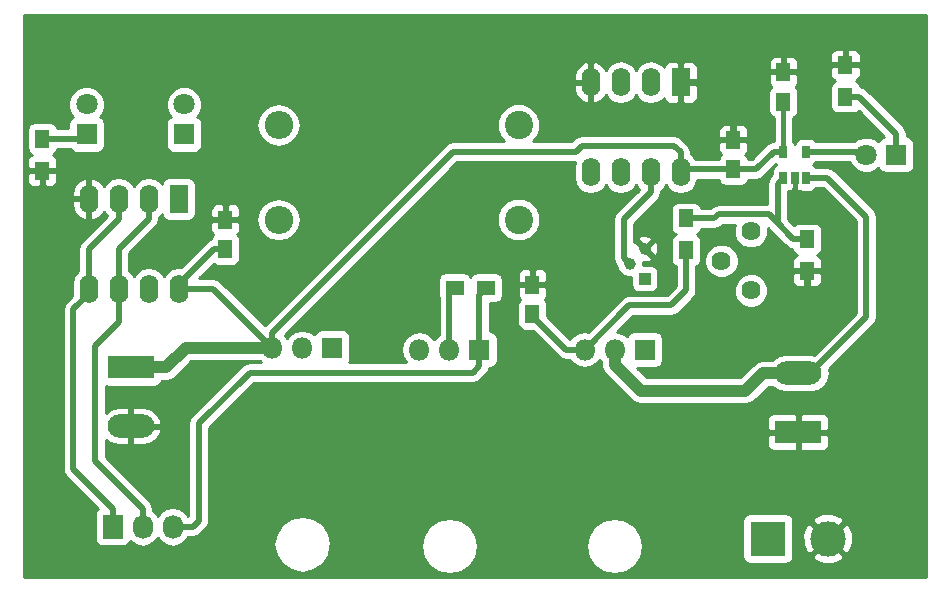
<source format=gbr>
G04 #@! TF.GenerationSoftware,KiCad,Pcbnew,(2017-06-12 revision 8590a2299)-makepkg*
G04 #@! TF.CreationDate,2017-08-12T17:51:50+02:00*
G04 #@! TF.ProjectId,Small psu,536D616C6C207073752E6B696361645F,B*
G04 #@! TF.FileFunction,Copper,L1,Top,Signal*
G04 #@! TF.FilePolarity,Positive*
%FSLAX46Y46*%
G04 Gerber Fmt 4.6, Leading zero omitted, Abs format (unit mm)*
G04 Created by KiCad (PCBNEW (2017-06-12 revision 8590a2299)-makepkg) date 08/12/17 17:51:50*
%MOMM*%
%LPD*%
G01*
G04 APERTURE LIST*
%ADD10C,0.100000*%
%ADD11C,1.800000*%
%ADD12R,1.800000X1.800000*%
%ADD13O,3.960000X1.980000*%
%ADD14R,3.960000X1.980000*%
%ADD15O,1.730000X2.030000*%
%ADD16R,1.730000X2.030000*%
%ADD17C,3.000000*%
%ADD18R,3.000000X3.000000*%
%ADD19R,1.600000X2.400000*%
%ADD20O,1.600000X2.400000*%
%ADD21C,2.400000*%
%ADD22O,2.400000X2.400000*%
%ADD23R,0.650000X1.060000*%
%ADD24O,1.800000X1.800000*%
%ADD25R,1.000000X1.000000*%
%ADD26C,1.000000*%
%ADD27R,1.250000X1.500000*%
%ADD28R,1.300000X1.500000*%
%ADD29R,1.500000X1.300000*%
%ADD30C,1.620000*%
%ADD31C,1.500000*%
%ADD32C,0.500000*%
%ADD33C,0.400000*%
%ADD34C,1.000000*%
%ADD35C,0.254000*%
G04 APERTURE END LIST*
D10*
D11*
X72000000Y36500000D03*
D12*
X74540000Y36500000D03*
D13*
X66250000Y18000000D03*
D14*
X66250000Y13000000D03*
D13*
X9750000Y13500000D03*
D14*
X9750000Y18500000D03*
D15*
X13290000Y5000000D03*
X10750000Y5000000D03*
D16*
X8210000Y5000000D03*
D17*
X68750000Y4000000D03*
D18*
X63670000Y4000000D03*
D19*
X56290000Y42620000D03*
D20*
X48670000Y35000000D03*
X53750000Y42620000D03*
X51210000Y35000000D03*
X51210000Y42620000D03*
X53750000Y35000000D03*
X48670000Y42620000D03*
X56290000Y35000000D03*
X13790000Y25130000D03*
X6170000Y32750000D03*
X11250000Y25130000D03*
X8710000Y32750000D03*
X8710000Y25130000D03*
X11250000Y32750000D03*
X6170000Y25130000D03*
D19*
X13790000Y32750000D03*
D11*
X6000000Y40750000D03*
D12*
X6000000Y38210000D03*
D21*
X42570000Y39000000D03*
D22*
X22250000Y39000000D03*
X22250000Y31000000D03*
D21*
X42570000Y31000000D03*
D23*
X65000000Y36750000D03*
X66900000Y36750000D03*
X66900000Y34550000D03*
X65950000Y34550000D03*
X65000000Y34550000D03*
D24*
X48170000Y20000000D03*
X50710000Y20000000D03*
D12*
X53250000Y20000000D03*
D24*
X34170000Y20000000D03*
X36710000Y20000000D03*
D12*
X39250000Y20000000D03*
D25*
X53250000Y26000000D03*
D26*
X53250000Y28540000D03*
X51980000Y27270000D03*
D27*
X43750000Y23000000D03*
X43750000Y25500000D03*
X60750000Y37750000D03*
X60750000Y35250000D03*
X17750000Y31000000D03*
X17750000Y28500000D03*
X65000000Y41000000D03*
X65000000Y43500000D03*
D11*
X14250000Y40750000D03*
D12*
X14250000Y38210000D03*
D28*
X70250000Y41400000D03*
X70250000Y44100000D03*
X56750000Y28400000D03*
X56750000Y31100000D03*
X67000000Y29350000D03*
X67000000Y26650000D03*
D29*
X39850000Y25250000D03*
X37150000Y25250000D03*
D28*
X2250000Y37850000D03*
X2250000Y35150000D03*
D30*
X62250000Y25000000D03*
X59750000Y27500000D03*
X62250000Y30000000D03*
D12*
X26790000Y20160000D03*
D24*
X24250000Y20160000D03*
X21710000Y20160000D03*
D31*
X67500000Y23250000D03*
D32*
X67000000Y26650000D02*
X67000000Y23750000D01*
X67000000Y23750000D02*
X67500000Y23250000D01*
D33*
X65950000Y34550000D02*
X65950000Y33050000D01*
D32*
X60750000Y39000000D02*
X60750000Y37750000D01*
X56290000Y42620000D02*
X57590000Y42620000D01*
X57590000Y42620000D02*
X60750000Y39460000D01*
X60750000Y39460000D02*
X60750000Y37750000D01*
D34*
X20437208Y20160000D02*
X21710000Y20160000D01*
X14390000Y20160000D02*
X20437208Y20160000D01*
X12730000Y18500000D02*
X14390000Y20160000D01*
X9750000Y18500000D02*
X12730000Y18500000D01*
D32*
X64175000Y36750000D02*
X62675000Y35250000D01*
D33*
X65000000Y41000000D02*
X65000000Y36750000D01*
D32*
X65000000Y36750000D02*
X64175000Y36750000D01*
X62675000Y35250000D02*
X60750000Y35250000D01*
X13790000Y25130000D02*
X13790000Y25530000D01*
X13790000Y25530000D02*
X16760000Y28500000D01*
X16760000Y28500000D02*
X17750000Y28500000D01*
X13790000Y25130000D02*
X16740000Y25130000D01*
X16740000Y25130000D02*
X21710000Y20160000D01*
X60750000Y35250000D02*
X56540000Y35250000D01*
X56540000Y35250000D02*
X56290000Y35000000D01*
X21710000Y20160000D02*
X21710000Y21432792D01*
X21710000Y21432792D02*
X37027207Y36749999D01*
X37027207Y36749999D02*
X47403690Y36749999D01*
X47403690Y36749999D02*
X47903701Y37250010D01*
X47903701Y37250010D02*
X55739990Y37250010D01*
X55739990Y37250010D02*
X56290000Y36700000D01*
X56290000Y36700000D02*
X56290000Y35000000D01*
X55500000Y23750000D02*
X56750000Y25000000D01*
X56750000Y25000000D02*
X56750000Y28400000D01*
X51920000Y23750000D02*
X55500000Y23750000D01*
X48170000Y20000000D02*
X51920000Y23750000D01*
X36710000Y20000000D02*
X36710000Y24810000D01*
X36710000Y24810000D02*
X37150000Y25250000D01*
X48170000Y20000000D02*
X46625000Y20000000D01*
X46625000Y20000000D02*
X43750000Y22875000D01*
X43750000Y22875000D02*
X43750000Y23000000D01*
X4870000Y9855000D02*
X4870000Y23430000D01*
X4870000Y23430000D02*
X6170000Y24730000D01*
X8210000Y5000000D02*
X8210000Y6515000D01*
X8210000Y6515000D02*
X4870000Y9855000D01*
X6170000Y24730000D02*
X6170000Y25130000D01*
X8710000Y32750000D02*
X8710000Y31050000D01*
X8710000Y31050000D02*
X6170000Y28510000D01*
X6170000Y28510000D02*
X6170000Y25130000D01*
X6719999Y10545001D02*
X10750000Y6515000D01*
X8710000Y22320002D02*
X6719999Y20330001D01*
X6719999Y20330001D02*
X6719999Y10545001D01*
X8710000Y25130000D02*
X8710000Y22320002D01*
X10750000Y6515000D02*
X10750000Y5000000D01*
X11250000Y32750000D02*
X11250000Y31050000D01*
X11250000Y31050000D02*
X8710000Y28510000D01*
X8710000Y28510000D02*
X8710000Y25130000D01*
X51980000Y27270000D02*
X51480001Y27769999D01*
X51480001Y27769999D02*
X51480001Y31030001D01*
X51480001Y31030001D02*
X53750000Y33300000D01*
X53750000Y33300000D02*
X53750000Y35000000D01*
X39250000Y20000000D02*
X39250000Y18600000D01*
X39250000Y18600000D02*
X38699999Y18049999D01*
X38699999Y18049999D02*
X19799999Y18049999D01*
X19799999Y18049999D02*
X15500000Y13750000D01*
X15500000Y5500000D02*
X15000000Y5000000D01*
X15500000Y13750000D02*
X15500000Y5500000D01*
X15000000Y5000000D02*
X13290000Y5000000D01*
X13290000Y5000000D02*
X14655000Y5000000D01*
X39250000Y20000000D02*
X39250000Y24650000D01*
X39250000Y24650000D02*
X39850000Y25250000D01*
X72000000Y31250000D02*
X68700000Y34550000D01*
X68700000Y34550000D02*
X66925001Y34550000D01*
X72000000Y22760000D02*
X72000000Y31250000D01*
X66250000Y18000000D02*
X67240000Y18000000D01*
X67240000Y18000000D02*
X72000000Y22760000D01*
D34*
X61770000Y16500000D02*
X52937208Y16500000D01*
X50710000Y18727208D02*
X50710000Y20000000D01*
X52937208Y16500000D02*
X50710000Y18727208D01*
X66250000Y18000000D02*
X63270000Y18000000D01*
X63270000Y18000000D02*
X61770000Y16500000D01*
D32*
X66900000Y36750000D02*
X71750000Y36750000D01*
X71750000Y36750000D02*
X72000000Y36500000D01*
X64500000Y30700000D02*
X64500000Y34050000D01*
X64500000Y34050000D02*
X64974999Y34524999D01*
X65850000Y29350000D02*
X64500000Y30700000D01*
X56750000Y31100000D02*
X59145002Y31100000D01*
X59145002Y31100000D02*
X59505003Y31460001D01*
X59505003Y31460001D02*
X63739999Y31460001D01*
X63739999Y31460001D02*
X65850000Y29350000D01*
X65850000Y29350000D02*
X67000000Y29350000D01*
X60100000Y27150000D02*
X59750000Y27500000D01*
X70250000Y41400000D02*
X71400000Y41400000D01*
X71400000Y41400000D02*
X74540000Y38260000D01*
X74540000Y38260000D02*
X74540000Y37900000D01*
X74540000Y37900000D02*
X74540000Y36500000D01*
X2250000Y37850000D02*
X5640000Y37850000D01*
X5640000Y37850000D02*
X6000000Y38210000D01*
D35*
G36*
X77040000Y710000D02*
X710000Y710000D01*
X710000Y23430000D01*
X3984999Y23430000D01*
X3985000Y23429995D01*
X3985000Y9855005D01*
X3984999Y9855000D01*
X4023788Y9660001D01*
X4052367Y9516325D01*
X4244210Y9229210D01*
X6955182Y6518239D01*
X6887191Y6472809D01*
X6746843Y6262765D01*
X6697560Y6015000D01*
X6697560Y3985000D01*
X6746843Y3737235D01*
X6887191Y3527191D01*
X7097235Y3386843D01*
X7345000Y3337560D01*
X9075000Y3337560D01*
X9322765Y3386843D01*
X9532809Y3527191D01*
X9673157Y3737235D01*
X9679901Y3771141D01*
X9689340Y3757015D01*
X10175975Y3431856D01*
X10750000Y3317675D01*
X11324025Y3431856D01*
X11810660Y3757015D01*
X12020000Y4070315D01*
X12229340Y3757015D01*
X12715975Y3431856D01*
X13290000Y3317675D01*
X13864025Y3431856D01*
X13966009Y3500000D01*
X21818275Y3500000D01*
X21999822Y2587300D01*
X22516825Y1813550D01*
X23290575Y1296547D01*
X24203275Y1115000D01*
X24296725Y1115000D01*
X25209425Y1296547D01*
X25983175Y1813550D01*
X26500178Y2587300D01*
X26649899Y3340000D01*
X34278275Y3340000D01*
X34459822Y2427300D01*
X34976825Y1653550D01*
X35750575Y1136547D01*
X36663275Y955000D01*
X36756725Y955000D01*
X37669425Y1136547D01*
X38443175Y1653550D01*
X38960178Y2427300D01*
X39141725Y3340000D01*
X48278275Y3340000D01*
X48459822Y2427300D01*
X48976825Y1653550D01*
X49750575Y1136547D01*
X50663275Y955000D01*
X50756725Y955000D01*
X51669425Y1136547D01*
X52443175Y1653550D01*
X52960178Y2427300D01*
X53141725Y3340000D01*
X52960178Y4252700D01*
X52443175Y5026450D01*
X51734458Y5500000D01*
X61522560Y5500000D01*
X61522560Y2500000D01*
X61571843Y2252235D01*
X61712191Y2042191D01*
X61922235Y1901843D01*
X62170000Y1852560D01*
X65170000Y1852560D01*
X65417765Y1901843D01*
X65627809Y2042191D01*
X65768157Y2252235D01*
X65814661Y2486030D01*
X67415635Y2486030D01*
X67575418Y2167261D01*
X68366187Y1857277D01*
X69215387Y1873503D01*
X69924582Y2167261D01*
X70084365Y2486030D01*
X68750000Y3820395D01*
X67415635Y2486030D01*
X65814661Y2486030D01*
X65817440Y2500000D01*
X65817440Y4383813D01*
X66607277Y4383813D01*
X66623503Y3534613D01*
X66917261Y2825418D01*
X67236030Y2665635D01*
X68570395Y4000000D01*
X68929605Y4000000D01*
X70263970Y2665635D01*
X70582739Y2825418D01*
X70892723Y3616187D01*
X70876497Y4465387D01*
X70582739Y5174582D01*
X70263970Y5334365D01*
X68929605Y4000000D01*
X68570395Y4000000D01*
X67236030Y5334365D01*
X66917261Y5174582D01*
X66607277Y4383813D01*
X65817440Y4383813D01*
X65817440Y5500000D01*
X65814662Y5513970D01*
X67415635Y5513970D01*
X68750000Y4179605D01*
X70084365Y5513970D01*
X69924582Y5832739D01*
X69133813Y6142723D01*
X68284613Y6126497D01*
X67575418Y5832739D01*
X67415635Y5513970D01*
X65814662Y5513970D01*
X65768157Y5747765D01*
X65627809Y5957809D01*
X65417765Y6098157D01*
X65170000Y6147440D01*
X62170000Y6147440D01*
X61922235Y6098157D01*
X61712191Y5957809D01*
X61571843Y5747765D01*
X61522560Y5500000D01*
X51734458Y5500000D01*
X51669425Y5543453D01*
X50756725Y5725000D01*
X50663275Y5725000D01*
X49750575Y5543453D01*
X48976825Y5026450D01*
X48459822Y4252700D01*
X48278275Y3340000D01*
X39141725Y3340000D01*
X38960178Y4252700D01*
X38443175Y5026450D01*
X37669425Y5543453D01*
X36756725Y5725000D01*
X36663275Y5725000D01*
X35750575Y5543453D01*
X34976825Y5026450D01*
X34459822Y4252700D01*
X34278275Y3340000D01*
X26649899Y3340000D01*
X26681725Y3500000D01*
X26500178Y4412700D01*
X25983175Y5186450D01*
X25209425Y5703453D01*
X24296725Y5885000D01*
X24203275Y5885000D01*
X23290575Y5703453D01*
X22516825Y5186450D01*
X21999822Y4412700D01*
X21818275Y3500000D01*
X13966009Y3500000D01*
X14350660Y3757015D01*
X14589858Y4115000D01*
X14999995Y4115000D01*
X15000000Y4114999D01*
X15282484Y4171190D01*
X15338675Y4182367D01*
X15625790Y4374210D01*
X16125787Y4874208D01*
X16125790Y4874210D01*
X16317633Y5161325D01*
X16352053Y5334365D01*
X16385001Y5500000D01*
X16385000Y5500005D01*
X16385000Y12714250D01*
X63635000Y12714250D01*
X63635000Y11883691D01*
X63731673Y11650302D01*
X63910301Y11471673D01*
X64143690Y11375000D01*
X65964250Y11375000D01*
X66123000Y11533750D01*
X66123000Y12873000D01*
X66377000Y12873000D01*
X66377000Y11533750D01*
X66535750Y11375000D01*
X68356310Y11375000D01*
X68589699Y11471673D01*
X68768327Y11650302D01*
X68865000Y11883691D01*
X68865000Y12714250D01*
X68706250Y12873000D01*
X66377000Y12873000D01*
X66123000Y12873000D01*
X63793750Y12873000D01*
X63635000Y12714250D01*
X16385000Y12714250D01*
X16385000Y13383420D01*
X17117888Y14116309D01*
X63635000Y14116309D01*
X63635000Y13285750D01*
X63793750Y13127000D01*
X66123000Y13127000D01*
X66123000Y14466250D01*
X66377000Y14466250D01*
X66377000Y13127000D01*
X68706250Y13127000D01*
X68865000Y13285750D01*
X68865000Y14116309D01*
X68768327Y14349698D01*
X68589699Y14528327D01*
X68356310Y14625000D01*
X66535750Y14625000D01*
X66377000Y14466250D01*
X66123000Y14466250D01*
X65964250Y14625000D01*
X64143690Y14625000D01*
X63910301Y14528327D01*
X63731673Y14349698D01*
X63635000Y14116309D01*
X17117888Y14116309D01*
X20166578Y17164999D01*
X38699994Y17164999D01*
X38699999Y17164998D01*
X38982483Y17221189D01*
X39038674Y17232366D01*
X39325789Y17424209D01*
X39325790Y17424210D01*
X39875787Y17974208D01*
X39875790Y17974210D01*
X40067633Y18261325D01*
X40092964Y18388673D01*
X40105673Y18452560D01*
X40150000Y18452560D01*
X40397765Y18501843D01*
X40607809Y18642191D01*
X40748157Y18852235D01*
X40797440Y19100000D01*
X40797440Y20900000D01*
X40748157Y21147765D01*
X40607809Y21357809D01*
X40397765Y21498157D01*
X40150000Y21547440D01*
X40135000Y21547440D01*
X40135000Y23952560D01*
X40600000Y23952560D01*
X40847765Y24001843D01*
X41057809Y24142191D01*
X41198157Y24352235D01*
X41247440Y24600000D01*
X41247440Y25900000D01*
X41198157Y26147765D01*
X41057809Y26357809D01*
X41030123Y26376309D01*
X42490000Y26376309D01*
X42490000Y25785750D01*
X42648750Y25627000D01*
X43623000Y25627000D01*
X43623000Y26726250D01*
X43877000Y26726250D01*
X43877000Y25627000D01*
X44851250Y25627000D01*
X45010000Y25785750D01*
X45010000Y26376309D01*
X44913327Y26609698D01*
X44734699Y26788327D01*
X44501310Y26885000D01*
X44035750Y26885000D01*
X43877000Y26726250D01*
X43623000Y26726250D01*
X43464250Y26885000D01*
X42998690Y26885000D01*
X42765301Y26788327D01*
X42586673Y26609698D01*
X42490000Y26376309D01*
X41030123Y26376309D01*
X40847765Y26498157D01*
X40600000Y26547440D01*
X39100000Y26547440D01*
X38852235Y26498157D01*
X38642191Y26357809D01*
X38501843Y26147765D01*
X38500000Y26138500D01*
X38498157Y26147765D01*
X38357809Y26357809D01*
X38147765Y26498157D01*
X37900000Y26547440D01*
X36400000Y26547440D01*
X36152235Y26498157D01*
X35942191Y26357809D01*
X35801843Y26147765D01*
X35752560Y25900000D01*
X35752560Y24600000D01*
X35801843Y24352235D01*
X35825000Y24317578D01*
X35825000Y21239411D01*
X35594519Y21085409D01*
X35440000Y20854155D01*
X35285481Y21085409D01*
X34787491Y21418155D01*
X34200072Y21535000D01*
X34139928Y21535000D01*
X33552509Y21418155D01*
X33054519Y21085409D01*
X32721773Y20587419D01*
X32604928Y20000000D01*
X32721773Y19412581D01*
X33040883Y18934999D01*
X28236549Y18934999D01*
X28288157Y19012235D01*
X28337440Y19260000D01*
X28337440Y21060000D01*
X28288157Y21307765D01*
X28147809Y21517809D01*
X27937765Y21658157D01*
X27690000Y21707440D01*
X25890000Y21707440D01*
X25642235Y21658157D01*
X25432191Y21517809D01*
X25291843Y21307765D01*
X25289534Y21296155D01*
X24867491Y21578155D01*
X24280072Y21695000D01*
X24219928Y21695000D01*
X23632509Y21578155D01*
X23134519Y21245409D01*
X22980000Y21014155D01*
X22825481Y21245409D01*
X22794738Y21265950D01*
X32165384Y30636597D01*
X40734682Y30636597D01*
X41013455Y29961914D01*
X41529199Y29445270D01*
X42203395Y29165319D01*
X42933403Y29164682D01*
X43608086Y29443455D01*
X44124730Y29959199D01*
X44404681Y30633395D01*
X44405318Y31363403D01*
X44126545Y32038086D01*
X43610801Y32554730D01*
X42936605Y32834681D01*
X42206597Y32835318D01*
X41531914Y32556545D01*
X41015270Y32040801D01*
X40735319Y31366605D01*
X40734682Y30636597D01*
X32165384Y30636597D01*
X37393786Y35864999D01*
X47320343Y35864999D01*
X47235000Y35435950D01*
X47235000Y34564050D01*
X47344233Y34014899D01*
X47655302Y33549352D01*
X48120849Y33238283D01*
X48670000Y33129050D01*
X49219151Y33238283D01*
X49684698Y33549352D01*
X49940000Y33931438D01*
X50195302Y33549352D01*
X50660849Y33238283D01*
X51210000Y33129050D01*
X51759151Y33238283D01*
X52224698Y33549352D01*
X52480000Y33931438D01*
X52735302Y33549352D01*
X52742778Y33544357D01*
X50854211Y31655791D01*
X50662368Y31368676D01*
X50662368Y31368675D01*
X50595000Y31030001D01*
X50595001Y31029996D01*
X50595001Y27770004D01*
X50595000Y27769999D01*
X50643474Y27526309D01*
X50662368Y27431324D01*
X50770161Y27270000D01*
X50844902Y27158142D01*
X50844803Y27045225D01*
X51017233Y26627914D01*
X51336235Y26308355D01*
X51753244Y26135197D01*
X52102560Y26134892D01*
X52102560Y25500000D01*
X52151843Y25252235D01*
X52292191Y25042191D01*
X52502235Y24901843D01*
X52750000Y24852560D01*
X53750000Y24852560D01*
X53997765Y24901843D01*
X54207809Y25042191D01*
X54348157Y25252235D01*
X54397440Y25500000D01*
X54397440Y26500000D01*
X54348157Y26747765D01*
X54207809Y26957809D01*
X53997765Y27098157D01*
X53750000Y27147440D01*
X53114894Y27147440D01*
X53115108Y27392606D01*
X53555375Y27423783D01*
X53823352Y27534783D01*
X53860499Y27749896D01*
X53250000Y28360395D01*
X53235858Y28346252D01*
X53056253Y28525857D01*
X53070395Y28540000D01*
X53429605Y28540000D01*
X54040104Y27929501D01*
X54255217Y27966648D01*
X54398112Y28394972D01*
X54366217Y28845375D01*
X54255217Y29113352D01*
X54040104Y29150499D01*
X53429605Y28540000D01*
X53070395Y28540000D01*
X52459896Y29150499D01*
X52365001Y29134112D01*
X52365001Y29330104D01*
X52639501Y29330104D01*
X53250000Y28719605D01*
X53860499Y29330104D01*
X53823352Y29545217D01*
X53395028Y29688112D01*
X52944625Y29656217D01*
X52676648Y29545217D01*
X52639501Y29330104D01*
X52365001Y29330104D01*
X52365001Y30663421D01*
X54375787Y32674208D01*
X54375790Y32674210D01*
X54567633Y32961325D01*
X54635000Y33300000D01*
X54635000Y33462690D01*
X54764698Y33549352D01*
X55020000Y33931438D01*
X55275302Y33549352D01*
X55740849Y33238283D01*
X56290000Y33129050D01*
X56839151Y33238283D01*
X57304698Y33549352D01*
X57615767Y34014899D01*
X57685406Y34365000D01*
X59504413Y34365000D01*
X59526843Y34252235D01*
X59667191Y34042191D01*
X59877235Y33901843D01*
X60125000Y33852560D01*
X61375000Y33852560D01*
X61622765Y33901843D01*
X61832809Y34042191D01*
X61973157Y34252235D01*
X61995587Y34365000D01*
X62674995Y34365000D01*
X62675000Y34364999D01*
X62966584Y34423000D01*
X63013675Y34432367D01*
X63300790Y34624210D01*
X64350018Y35673438D01*
X64385095Y35650000D01*
X64217191Y35537809D01*
X64076843Y35327765D01*
X64027560Y35080000D01*
X64027560Y34829140D01*
X63874210Y34675790D01*
X63682367Y34388675D01*
X63682367Y34388674D01*
X63614999Y34050000D01*
X63615000Y34049995D01*
X63615000Y32345001D01*
X59505003Y32345001D01*
X59166328Y32277634D01*
X58879213Y32085791D01*
X58879211Y32085788D01*
X58778423Y31985000D01*
X58020587Y31985000D01*
X57998157Y32097765D01*
X57857809Y32307809D01*
X57647765Y32448157D01*
X57400000Y32497440D01*
X56100000Y32497440D01*
X55852235Y32448157D01*
X55642191Y32307809D01*
X55501843Y32097765D01*
X55452560Y31850000D01*
X55452560Y30350000D01*
X55501843Y30102235D01*
X55642191Y29892191D01*
X55852235Y29751843D01*
X55861500Y29750000D01*
X55852235Y29748157D01*
X55642191Y29607809D01*
X55501843Y29397765D01*
X55452560Y29150000D01*
X55452560Y27650000D01*
X55501843Y27402235D01*
X55642191Y27192191D01*
X55852235Y27051843D01*
X55865000Y27049304D01*
X55865000Y25366579D01*
X55133420Y24635000D01*
X51920005Y24635000D01*
X51920000Y24635001D01*
X51637516Y24578810D01*
X51581325Y24567633D01*
X51294210Y24375790D01*
X51294208Y24375787D01*
X48411387Y21492967D01*
X48200072Y21535000D01*
X48139928Y21535000D01*
X47552509Y21418155D01*
X47054519Y21085409D01*
X46949036Y20927543D01*
X45022440Y22854140D01*
X45022440Y23750000D01*
X44973157Y23997765D01*
X44832809Y24207809D01*
X44771680Y24248654D01*
X44913327Y24390302D01*
X45010000Y24623691D01*
X45010000Y25214250D01*
X44851250Y25373000D01*
X43877000Y25373000D01*
X43877000Y25353000D01*
X43623000Y25353000D01*
X43623000Y25373000D01*
X42648750Y25373000D01*
X42490000Y25214250D01*
X42490000Y24623691D01*
X42586673Y24390302D01*
X42728320Y24248654D01*
X42667191Y24207809D01*
X42526843Y23997765D01*
X42477560Y23750000D01*
X42477560Y22250000D01*
X42526843Y22002235D01*
X42667191Y21792191D01*
X42877235Y21651843D01*
X43125000Y21602560D01*
X43770860Y21602560D01*
X45999208Y19374213D01*
X45999210Y19374210D01*
X46286325Y19182367D01*
X46342516Y19171190D01*
X46625000Y19114999D01*
X46625005Y19115000D01*
X46920610Y19115000D01*
X47054519Y18914591D01*
X47552509Y18581845D01*
X48139928Y18465000D01*
X48200072Y18465000D01*
X48787491Y18581845D01*
X49285481Y18914591D01*
X49440000Y19145845D01*
X49575000Y18943803D01*
X49575000Y18727208D01*
X49661397Y18292862D01*
X49813212Y18065655D01*
X49907434Y17924642D01*
X52134642Y15697434D01*
X52502862Y15451397D01*
X52937208Y15365000D01*
X61770000Y15365000D01*
X62204346Y15451397D01*
X62572566Y15697434D01*
X63740132Y16865000D01*
X64050333Y16865000D01*
X64059720Y16850951D01*
X64586908Y16498696D01*
X65208769Y16375000D01*
X67291231Y16375000D01*
X67913092Y16498696D01*
X68440280Y16850951D01*
X68792535Y17378139D01*
X68916231Y18000000D01*
X68845777Y18354197D01*
X72625787Y22134208D01*
X72625790Y22134210D01*
X72817633Y22421325D01*
X72817634Y22421326D01*
X72885001Y22760000D01*
X72885000Y22760005D01*
X72885000Y31249995D01*
X72885001Y31250000D01*
X72817633Y31588674D01*
X72817633Y31588675D01*
X72625790Y31875790D01*
X72625787Y31875792D01*
X69325790Y35175790D01*
X69292652Y35197932D01*
X69038675Y35367633D01*
X68982484Y35378810D01*
X68700000Y35435001D01*
X68699995Y35435000D01*
X67751504Y35435000D01*
X67682809Y35537809D01*
X67514905Y35650000D01*
X67682809Y35762191D01*
X67751504Y35865000D01*
X70601505Y35865000D01*
X70697932Y35631629D01*
X71129357Y35199449D01*
X71693330Y34965267D01*
X72303991Y34964735D01*
X72868371Y35197932D01*
X73038712Y35367975D01*
X73041843Y35352235D01*
X73182191Y35142191D01*
X73392235Y35001843D01*
X73640000Y34952560D01*
X75440000Y34952560D01*
X75687765Y35001843D01*
X75897809Y35142191D01*
X76038157Y35352235D01*
X76087440Y35600000D01*
X76087440Y37400000D01*
X76038157Y37647765D01*
X75897809Y37857809D01*
X75687765Y37998157D01*
X75440000Y38047440D01*
X75425000Y38047440D01*
X75425000Y38259995D01*
X75425001Y38260000D01*
X75357634Y38598674D01*
X75233135Y38785000D01*
X75165790Y38885790D01*
X75165787Y38885792D01*
X72025790Y42025790D01*
X71986462Y42052068D01*
X71738675Y42217633D01*
X71682484Y42228810D01*
X71525555Y42260026D01*
X71498157Y42397765D01*
X71357809Y42607809D01*
X71147765Y42748157D01*
X71119791Y42753721D01*
X71259699Y42811673D01*
X71438327Y42990302D01*
X71535000Y43223691D01*
X71535000Y43814250D01*
X71376250Y43973000D01*
X70377000Y43973000D01*
X70377000Y43953000D01*
X70123000Y43953000D01*
X70123000Y43973000D01*
X69123750Y43973000D01*
X68965000Y43814250D01*
X68965000Y43223691D01*
X69061673Y42990302D01*
X69240301Y42811673D01*
X69380209Y42753721D01*
X69352235Y42748157D01*
X69142191Y42607809D01*
X69001843Y42397765D01*
X68952560Y42150000D01*
X68952560Y40650000D01*
X69001843Y40402235D01*
X69142191Y40192191D01*
X69352235Y40051843D01*
X69600000Y40002560D01*
X70900000Y40002560D01*
X71147765Y40051843D01*
X71356862Y40191558D01*
X73524045Y38024375D01*
X73392235Y37998157D01*
X73182191Y37857809D01*
X73041843Y37647765D01*
X73038739Y37632161D01*
X72870643Y37800551D01*
X72306670Y38034733D01*
X71696009Y38035265D01*
X71131629Y37802068D01*
X70964269Y37635000D01*
X67751504Y37635000D01*
X67682809Y37737809D01*
X67472765Y37878157D01*
X67225000Y37927440D01*
X66575000Y37927440D01*
X66327235Y37878157D01*
X66117191Y37737809D01*
X65976843Y37527765D01*
X65950000Y37392815D01*
X65923157Y37527765D01*
X65835000Y37659700D01*
X65835000Y39644331D01*
X65872765Y39651843D01*
X66082809Y39792191D01*
X66223157Y40002235D01*
X66272440Y40250000D01*
X66272440Y41750000D01*
X66223157Y41997765D01*
X66082809Y42207809D01*
X66021680Y42248654D01*
X66163327Y42390302D01*
X66260000Y42623691D01*
X66260000Y43214250D01*
X66101250Y43373000D01*
X65127000Y43373000D01*
X65127000Y43353000D01*
X64873000Y43353000D01*
X64873000Y43373000D01*
X63898750Y43373000D01*
X63740000Y43214250D01*
X63740000Y42623691D01*
X63836673Y42390302D01*
X63978320Y42248654D01*
X63917191Y42207809D01*
X63776843Y41997765D01*
X63727560Y41750000D01*
X63727560Y40250000D01*
X63776843Y40002235D01*
X63917191Y39792191D01*
X64127235Y39651843D01*
X64165000Y39644331D01*
X64165000Y37659700D01*
X64144433Y37628920D01*
X63836325Y37567633D01*
X63549210Y37375790D01*
X63549208Y37375787D01*
X62308420Y36135000D01*
X61995587Y36135000D01*
X61973157Y36247765D01*
X61832809Y36457809D01*
X61771680Y36498654D01*
X61913327Y36640302D01*
X62010000Y36873691D01*
X62010000Y37464250D01*
X61851250Y37623000D01*
X60877000Y37623000D01*
X60877000Y37603000D01*
X60623000Y37603000D01*
X60623000Y37623000D01*
X59648750Y37623000D01*
X59490000Y37464250D01*
X59490000Y36873691D01*
X59586673Y36640302D01*
X59728320Y36498654D01*
X59667191Y36457809D01*
X59526843Y36247765D01*
X59504413Y36135000D01*
X57515608Y36135000D01*
X57304698Y36450648D01*
X57175000Y36537310D01*
X57175000Y36699995D01*
X57175001Y36700000D01*
X57107634Y37038674D01*
X56950254Y37274210D01*
X56915790Y37325790D01*
X56915787Y37325792D01*
X56365780Y37875800D01*
X56329562Y37900000D01*
X56078665Y38067643D01*
X56022474Y38078820D01*
X55739990Y38135011D01*
X55739985Y38135010D01*
X47903701Y38135010D01*
X47565026Y38067643D01*
X47277911Y37875800D01*
X47277909Y37875797D01*
X47037111Y37634999D01*
X43799964Y37634999D01*
X44124730Y37959199D01*
X44401738Y38626309D01*
X59490000Y38626309D01*
X59490000Y38035750D01*
X59648750Y37877000D01*
X60623000Y37877000D01*
X60623000Y38976250D01*
X60877000Y38976250D01*
X60877000Y37877000D01*
X61851250Y37877000D01*
X62010000Y38035750D01*
X62010000Y38626309D01*
X61913327Y38859698D01*
X61734699Y39038327D01*
X61501310Y39135000D01*
X61035750Y39135000D01*
X60877000Y38976250D01*
X60623000Y38976250D01*
X60464250Y39135000D01*
X59998690Y39135000D01*
X59765301Y39038327D01*
X59586673Y38859698D01*
X59490000Y38626309D01*
X44401738Y38626309D01*
X44404681Y38633395D01*
X44405318Y39363403D01*
X44126545Y40038086D01*
X43610801Y40554730D01*
X42936605Y40834681D01*
X42206597Y40835318D01*
X41531914Y40556545D01*
X41015270Y40040801D01*
X40735319Y39366605D01*
X40734682Y38636597D01*
X41013455Y37961914D01*
X41339801Y37634999D01*
X37027212Y37634999D01*
X37027207Y37635000D01*
X36744723Y37578809D01*
X36688532Y37567632D01*
X36401417Y37375789D01*
X36401415Y37375786D01*
X21084210Y22058582D01*
X21075713Y22045866D01*
X17365790Y25755790D01*
X17273235Y25817633D01*
X17078675Y25947633D01*
X17022484Y25958810D01*
X16740000Y26015001D01*
X16739995Y26015000D01*
X15526580Y26015000D01*
X16749064Y27237485D01*
X16877235Y27151843D01*
X17125000Y27102560D01*
X18375000Y27102560D01*
X18622765Y27151843D01*
X18832809Y27292191D01*
X18973157Y27502235D01*
X19022440Y27750000D01*
X19022440Y29250000D01*
X18973157Y29497765D01*
X18832809Y29707809D01*
X18771680Y29748654D01*
X18913327Y29890302D01*
X19010000Y30123691D01*
X19010000Y30714250D01*
X18851250Y30873000D01*
X17877000Y30873000D01*
X17877000Y30853000D01*
X17623000Y30853000D01*
X17623000Y30873000D01*
X16648750Y30873000D01*
X16490000Y30714250D01*
X16490000Y30123691D01*
X16586673Y29890302D01*
X16728320Y29748654D01*
X16667191Y29707809D01*
X16526843Y29497765D01*
X16493884Y29332066D01*
X16421325Y29317633D01*
X16134210Y29125790D01*
X16134208Y29125787D01*
X13972974Y26964554D01*
X13790000Y27000950D01*
X13240849Y26891717D01*
X12775302Y26580648D01*
X12520000Y26198562D01*
X12264698Y26580648D01*
X11799151Y26891717D01*
X11250000Y27000950D01*
X10700849Y26891717D01*
X10235302Y26580648D01*
X9980000Y26198562D01*
X9724698Y26580648D01*
X9595000Y26667310D01*
X9595000Y28143420D01*
X11875787Y30424208D01*
X11875790Y30424210D01*
X12067633Y30711325D01*
X12135000Y31050000D01*
X12135000Y31212690D01*
X12264698Y31299352D01*
X12363118Y31446648D01*
X12391843Y31302235D01*
X12532191Y31092191D01*
X12742235Y30951843D01*
X12990000Y30902560D01*
X14590000Y30902560D01*
X14837765Y30951843D01*
X14909836Y31000000D01*
X20379050Y31000000D01*
X20518731Y30297776D01*
X20916509Y29702459D01*
X21511826Y29304681D01*
X22214050Y29165000D01*
X22285950Y29165000D01*
X22988174Y29304681D01*
X23583491Y29702459D01*
X23981269Y30297776D01*
X24120950Y31000000D01*
X23981269Y31702224D01*
X23583491Y32297541D01*
X22988174Y32695319D01*
X22285950Y32835000D01*
X22214050Y32835000D01*
X21511826Y32695319D01*
X20916509Y32297541D01*
X20518731Y31702224D01*
X20379050Y31000000D01*
X14909836Y31000000D01*
X15047809Y31092191D01*
X15188157Y31302235D01*
X15237440Y31550000D01*
X15237440Y31876309D01*
X16490000Y31876309D01*
X16490000Y31285750D01*
X16648750Y31127000D01*
X17623000Y31127000D01*
X17623000Y32226250D01*
X17877000Y32226250D01*
X17877000Y31127000D01*
X18851250Y31127000D01*
X19010000Y31285750D01*
X19010000Y31876309D01*
X18913327Y32109698D01*
X18734699Y32288327D01*
X18501310Y32385000D01*
X18035750Y32385000D01*
X17877000Y32226250D01*
X17623000Y32226250D01*
X17464250Y32385000D01*
X16998690Y32385000D01*
X16765301Y32288327D01*
X16586673Y32109698D01*
X16490000Y31876309D01*
X15237440Y31876309D01*
X15237440Y33950000D01*
X15188157Y34197765D01*
X15047809Y34407809D01*
X14837765Y34548157D01*
X14590000Y34597440D01*
X12990000Y34597440D01*
X12742235Y34548157D01*
X12532191Y34407809D01*
X12391843Y34197765D01*
X12363118Y34053352D01*
X12264698Y34200648D01*
X11799151Y34511717D01*
X11250000Y34620950D01*
X10700849Y34511717D01*
X10235302Y34200648D01*
X9980000Y33818562D01*
X9724698Y34200648D01*
X9259151Y34511717D01*
X8710000Y34620950D01*
X8160849Y34511717D01*
X7695302Y34200648D01*
X7442493Y33822293D01*
X7094896Y34254500D01*
X6601819Y34524367D01*
X6519039Y34541904D01*
X6297000Y34419915D01*
X6297000Y32877000D01*
X6317000Y32877000D01*
X6317000Y32623000D01*
X6297000Y32623000D01*
X6297000Y31080085D01*
X6519039Y30958096D01*
X6601819Y30975633D01*
X7094896Y31245500D01*
X7442493Y31677707D01*
X7695302Y31299352D01*
X7702778Y31294357D01*
X5544210Y29135790D01*
X5352367Y28848675D01*
X5352367Y28848674D01*
X5284999Y28510000D01*
X5285000Y28509995D01*
X5285000Y26667310D01*
X5155302Y26580648D01*
X4844233Y26115101D01*
X4735000Y25565950D01*
X4735000Y24694050D01*
X4759467Y24571047D01*
X4244210Y24055790D01*
X4052367Y23768675D01*
X4052367Y23768674D01*
X3984999Y23430000D01*
X710000Y23430000D01*
X710000Y32623000D01*
X4735000Y32623000D01*
X4735000Y32223000D01*
X4892834Y31683517D01*
X5245104Y31245500D01*
X5738181Y30975633D01*
X5820961Y30958096D01*
X6043000Y31080085D01*
X6043000Y32623000D01*
X4735000Y32623000D01*
X710000Y32623000D01*
X710000Y33277000D01*
X4735000Y33277000D01*
X4735000Y32877000D01*
X6043000Y32877000D01*
X6043000Y34419915D01*
X5820961Y34541904D01*
X5738181Y34524367D01*
X5245104Y34254500D01*
X4892834Y33816483D01*
X4735000Y33277000D01*
X710000Y33277000D01*
X710000Y34864250D01*
X965000Y34864250D01*
X965000Y34273691D01*
X1061673Y34040302D01*
X1240301Y33861673D01*
X1473690Y33765000D01*
X1964250Y33765000D01*
X2123000Y33923750D01*
X2123000Y35023000D01*
X2377000Y35023000D01*
X2377000Y33923750D01*
X2535750Y33765000D01*
X3026310Y33765000D01*
X3259699Y33861673D01*
X3438327Y34040302D01*
X3535000Y34273691D01*
X3535000Y34864250D01*
X3376250Y35023000D01*
X2377000Y35023000D01*
X2123000Y35023000D01*
X1123750Y35023000D01*
X965000Y34864250D01*
X710000Y34864250D01*
X710000Y38600000D01*
X952560Y38600000D01*
X952560Y37100000D01*
X1001843Y36852235D01*
X1142191Y36642191D01*
X1352235Y36501843D01*
X1380209Y36496279D01*
X1240301Y36438327D01*
X1061673Y36259698D01*
X965000Y36026309D01*
X965000Y35435750D01*
X1123750Y35277000D01*
X2123000Y35277000D01*
X2123000Y35297000D01*
X2377000Y35297000D01*
X2377000Y35277000D01*
X3376250Y35277000D01*
X3535000Y35435750D01*
X3535000Y36026309D01*
X3438327Y36259698D01*
X3259699Y36438327D01*
X3119791Y36496279D01*
X3147765Y36501843D01*
X3357809Y36642191D01*
X3498157Y36852235D01*
X3520587Y36965000D01*
X4566814Y36965000D01*
X4642191Y36852191D01*
X4852235Y36711843D01*
X5100000Y36662560D01*
X6900000Y36662560D01*
X7147765Y36711843D01*
X7357809Y36852191D01*
X7498157Y37062235D01*
X7547440Y37310000D01*
X7547440Y39110000D01*
X12702560Y39110000D01*
X12702560Y37310000D01*
X12751843Y37062235D01*
X12892191Y36852191D01*
X13102235Y36711843D01*
X13350000Y36662560D01*
X15150000Y36662560D01*
X15397765Y36711843D01*
X15607809Y36852191D01*
X15748157Y37062235D01*
X15797440Y37310000D01*
X15797440Y39000000D01*
X20379050Y39000000D01*
X20518731Y38297776D01*
X20916509Y37702459D01*
X21511826Y37304681D01*
X22214050Y37165000D01*
X22285950Y37165000D01*
X22988174Y37304681D01*
X23583491Y37702459D01*
X23981269Y38297776D01*
X24120950Y39000000D01*
X23981269Y39702224D01*
X23583491Y40297541D01*
X22988174Y40695319D01*
X22285950Y40835000D01*
X22214050Y40835000D01*
X21511826Y40695319D01*
X20916509Y40297541D01*
X20518731Y39702224D01*
X20379050Y39000000D01*
X15797440Y39000000D01*
X15797440Y39110000D01*
X15748157Y39357765D01*
X15607809Y39567809D01*
X15397765Y39708157D01*
X15382161Y39711261D01*
X15550551Y39879357D01*
X15784733Y40443330D01*
X15785265Y41053991D01*
X15552068Y41618371D01*
X15120643Y42050551D01*
X14556670Y42284733D01*
X13946009Y42285265D01*
X13381629Y42052068D01*
X12949449Y41620643D01*
X12715267Y41056670D01*
X12714735Y40446009D01*
X12947932Y39881629D01*
X13117975Y39711288D01*
X13102235Y39708157D01*
X12892191Y39567809D01*
X12751843Y39357765D01*
X12702560Y39110000D01*
X7547440Y39110000D01*
X7498157Y39357765D01*
X7357809Y39567809D01*
X7147765Y39708157D01*
X7132161Y39711261D01*
X7300551Y39879357D01*
X7534733Y40443330D01*
X7535265Y41053991D01*
X7302068Y41618371D01*
X6870643Y42050551D01*
X6306670Y42284733D01*
X5696009Y42285265D01*
X5131629Y42052068D01*
X4699449Y41620643D01*
X4465267Y41056670D01*
X4464735Y40446009D01*
X4697932Y39881629D01*
X4867975Y39711288D01*
X4852235Y39708157D01*
X4642191Y39567809D01*
X4501843Y39357765D01*
X4452560Y39110000D01*
X4452560Y38735000D01*
X3520587Y38735000D01*
X3498157Y38847765D01*
X3357809Y39057809D01*
X3147765Y39198157D01*
X2900000Y39247440D01*
X1600000Y39247440D01*
X1352235Y39198157D01*
X1142191Y39057809D01*
X1001843Y38847765D01*
X952560Y38600000D01*
X710000Y38600000D01*
X710000Y42493000D01*
X47235000Y42493000D01*
X47235000Y42093000D01*
X47392834Y41553517D01*
X47745104Y41115500D01*
X48238181Y40845633D01*
X48320961Y40828096D01*
X48543000Y40950085D01*
X48543000Y42493000D01*
X47235000Y42493000D01*
X710000Y42493000D01*
X710000Y43147000D01*
X47235000Y43147000D01*
X47235000Y42747000D01*
X48543000Y42747000D01*
X48543000Y44289915D01*
X48797000Y44289915D01*
X48797000Y42747000D01*
X48817000Y42747000D01*
X48817000Y42493000D01*
X48797000Y42493000D01*
X48797000Y40950085D01*
X49019039Y40828096D01*
X49101819Y40845633D01*
X49594896Y41115500D01*
X49942493Y41547707D01*
X50195302Y41169352D01*
X50660849Y40858283D01*
X51210000Y40749050D01*
X51759151Y40858283D01*
X52224698Y41169352D01*
X52480000Y41551438D01*
X52735302Y41169352D01*
X53200849Y40858283D01*
X53750000Y40749050D01*
X54299151Y40858283D01*
X54764698Y41169352D01*
X54855000Y41304498D01*
X54855000Y41293691D01*
X54951673Y41060302D01*
X55130301Y40881673D01*
X55363690Y40785000D01*
X56004250Y40785000D01*
X56163000Y40943750D01*
X56163000Y42493000D01*
X56417000Y42493000D01*
X56417000Y40943750D01*
X56575750Y40785000D01*
X57216310Y40785000D01*
X57449699Y40881673D01*
X57628327Y41060302D01*
X57725000Y41293691D01*
X57725000Y42334250D01*
X57566250Y42493000D01*
X56417000Y42493000D01*
X56163000Y42493000D01*
X56143000Y42493000D01*
X56143000Y42747000D01*
X56163000Y42747000D01*
X56163000Y44296250D01*
X56417000Y44296250D01*
X56417000Y42747000D01*
X57566250Y42747000D01*
X57725000Y42905750D01*
X57725000Y43946309D01*
X57628327Y44179698D01*
X57449699Y44358327D01*
X57406287Y44376309D01*
X63740000Y44376309D01*
X63740000Y43785750D01*
X63898750Y43627000D01*
X64873000Y43627000D01*
X64873000Y44726250D01*
X65127000Y44726250D01*
X65127000Y43627000D01*
X66101250Y43627000D01*
X66260000Y43785750D01*
X66260000Y44376309D01*
X66163327Y44609698D01*
X65984699Y44788327D01*
X65751310Y44885000D01*
X65285750Y44885000D01*
X65127000Y44726250D01*
X64873000Y44726250D01*
X64714250Y44885000D01*
X64248690Y44885000D01*
X64015301Y44788327D01*
X63836673Y44609698D01*
X63740000Y44376309D01*
X57406287Y44376309D01*
X57216310Y44455000D01*
X56575750Y44455000D01*
X56417000Y44296250D01*
X56163000Y44296250D01*
X56004250Y44455000D01*
X55363690Y44455000D01*
X55130301Y44358327D01*
X54951673Y44179698D01*
X54855000Y43946309D01*
X54855000Y43935502D01*
X54764698Y44070648D01*
X54299151Y44381717D01*
X53750000Y44490950D01*
X53200849Y44381717D01*
X52735302Y44070648D01*
X52480000Y43688562D01*
X52224698Y44070648D01*
X51759151Y44381717D01*
X51210000Y44490950D01*
X50660849Y44381717D01*
X50195302Y44070648D01*
X49942493Y43692293D01*
X49594896Y44124500D01*
X49101819Y44394367D01*
X49019039Y44411904D01*
X48797000Y44289915D01*
X48543000Y44289915D01*
X48320961Y44411904D01*
X48238181Y44394367D01*
X47745104Y44124500D01*
X47392834Y43686483D01*
X47235000Y43147000D01*
X710000Y43147000D01*
X710000Y44976309D01*
X68965000Y44976309D01*
X68965000Y44385750D01*
X69123750Y44227000D01*
X70123000Y44227000D01*
X70123000Y45326250D01*
X70377000Y45326250D01*
X70377000Y44227000D01*
X71376250Y44227000D01*
X71535000Y44385750D01*
X71535000Y44976309D01*
X71438327Y45209698D01*
X71259699Y45388327D01*
X71026310Y45485000D01*
X70535750Y45485000D01*
X70377000Y45326250D01*
X70123000Y45326250D01*
X69964250Y45485000D01*
X69473690Y45485000D01*
X69240301Y45388327D01*
X69061673Y45209698D01*
X68965000Y44976309D01*
X710000Y44976309D01*
X710000Y48290000D01*
X77040000Y48290000D01*
X77040000Y710000D01*
X77040000Y710000D01*
G37*
X77040000Y710000D02*
X710000Y710000D01*
X710000Y23430000D01*
X3984999Y23430000D01*
X3985000Y23429995D01*
X3985000Y9855005D01*
X3984999Y9855000D01*
X4023788Y9660001D01*
X4052367Y9516325D01*
X4244210Y9229210D01*
X6955182Y6518239D01*
X6887191Y6472809D01*
X6746843Y6262765D01*
X6697560Y6015000D01*
X6697560Y3985000D01*
X6746843Y3737235D01*
X6887191Y3527191D01*
X7097235Y3386843D01*
X7345000Y3337560D01*
X9075000Y3337560D01*
X9322765Y3386843D01*
X9532809Y3527191D01*
X9673157Y3737235D01*
X9679901Y3771141D01*
X9689340Y3757015D01*
X10175975Y3431856D01*
X10750000Y3317675D01*
X11324025Y3431856D01*
X11810660Y3757015D01*
X12020000Y4070315D01*
X12229340Y3757015D01*
X12715975Y3431856D01*
X13290000Y3317675D01*
X13864025Y3431856D01*
X13966009Y3500000D01*
X21818275Y3500000D01*
X21999822Y2587300D01*
X22516825Y1813550D01*
X23290575Y1296547D01*
X24203275Y1115000D01*
X24296725Y1115000D01*
X25209425Y1296547D01*
X25983175Y1813550D01*
X26500178Y2587300D01*
X26649899Y3340000D01*
X34278275Y3340000D01*
X34459822Y2427300D01*
X34976825Y1653550D01*
X35750575Y1136547D01*
X36663275Y955000D01*
X36756725Y955000D01*
X37669425Y1136547D01*
X38443175Y1653550D01*
X38960178Y2427300D01*
X39141725Y3340000D01*
X48278275Y3340000D01*
X48459822Y2427300D01*
X48976825Y1653550D01*
X49750575Y1136547D01*
X50663275Y955000D01*
X50756725Y955000D01*
X51669425Y1136547D01*
X52443175Y1653550D01*
X52960178Y2427300D01*
X53141725Y3340000D01*
X52960178Y4252700D01*
X52443175Y5026450D01*
X51734458Y5500000D01*
X61522560Y5500000D01*
X61522560Y2500000D01*
X61571843Y2252235D01*
X61712191Y2042191D01*
X61922235Y1901843D01*
X62170000Y1852560D01*
X65170000Y1852560D01*
X65417765Y1901843D01*
X65627809Y2042191D01*
X65768157Y2252235D01*
X65814661Y2486030D01*
X67415635Y2486030D01*
X67575418Y2167261D01*
X68366187Y1857277D01*
X69215387Y1873503D01*
X69924582Y2167261D01*
X70084365Y2486030D01*
X68750000Y3820395D01*
X67415635Y2486030D01*
X65814661Y2486030D01*
X65817440Y2500000D01*
X65817440Y4383813D01*
X66607277Y4383813D01*
X66623503Y3534613D01*
X66917261Y2825418D01*
X67236030Y2665635D01*
X68570395Y4000000D01*
X68929605Y4000000D01*
X70263970Y2665635D01*
X70582739Y2825418D01*
X70892723Y3616187D01*
X70876497Y4465387D01*
X70582739Y5174582D01*
X70263970Y5334365D01*
X68929605Y4000000D01*
X68570395Y4000000D01*
X67236030Y5334365D01*
X66917261Y5174582D01*
X66607277Y4383813D01*
X65817440Y4383813D01*
X65817440Y5500000D01*
X65814662Y5513970D01*
X67415635Y5513970D01*
X68750000Y4179605D01*
X70084365Y5513970D01*
X69924582Y5832739D01*
X69133813Y6142723D01*
X68284613Y6126497D01*
X67575418Y5832739D01*
X67415635Y5513970D01*
X65814662Y5513970D01*
X65768157Y5747765D01*
X65627809Y5957809D01*
X65417765Y6098157D01*
X65170000Y6147440D01*
X62170000Y6147440D01*
X61922235Y6098157D01*
X61712191Y5957809D01*
X61571843Y5747765D01*
X61522560Y5500000D01*
X51734458Y5500000D01*
X51669425Y5543453D01*
X50756725Y5725000D01*
X50663275Y5725000D01*
X49750575Y5543453D01*
X48976825Y5026450D01*
X48459822Y4252700D01*
X48278275Y3340000D01*
X39141725Y3340000D01*
X38960178Y4252700D01*
X38443175Y5026450D01*
X37669425Y5543453D01*
X36756725Y5725000D01*
X36663275Y5725000D01*
X35750575Y5543453D01*
X34976825Y5026450D01*
X34459822Y4252700D01*
X34278275Y3340000D01*
X26649899Y3340000D01*
X26681725Y3500000D01*
X26500178Y4412700D01*
X25983175Y5186450D01*
X25209425Y5703453D01*
X24296725Y5885000D01*
X24203275Y5885000D01*
X23290575Y5703453D01*
X22516825Y5186450D01*
X21999822Y4412700D01*
X21818275Y3500000D01*
X13966009Y3500000D01*
X14350660Y3757015D01*
X14589858Y4115000D01*
X14999995Y4115000D01*
X15000000Y4114999D01*
X15282484Y4171190D01*
X15338675Y4182367D01*
X15625790Y4374210D01*
X16125787Y4874208D01*
X16125790Y4874210D01*
X16317633Y5161325D01*
X16352053Y5334365D01*
X16385001Y5500000D01*
X16385000Y5500005D01*
X16385000Y12714250D01*
X63635000Y12714250D01*
X63635000Y11883691D01*
X63731673Y11650302D01*
X63910301Y11471673D01*
X64143690Y11375000D01*
X65964250Y11375000D01*
X66123000Y11533750D01*
X66123000Y12873000D01*
X66377000Y12873000D01*
X66377000Y11533750D01*
X66535750Y11375000D01*
X68356310Y11375000D01*
X68589699Y11471673D01*
X68768327Y11650302D01*
X68865000Y11883691D01*
X68865000Y12714250D01*
X68706250Y12873000D01*
X66377000Y12873000D01*
X66123000Y12873000D01*
X63793750Y12873000D01*
X63635000Y12714250D01*
X16385000Y12714250D01*
X16385000Y13383420D01*
X17117888Y14116309D01*
X63635000Y14116309D01*
X63635000Y13285750D01*
X63793750Y13127000D01*
X66123000Y13127000D01*
X66123000Y14466250D01*
X66377000Y14466250D01*
X66377000Y13127000D01*
X68706250Y13127000D01*
X68865000Y13285750D01*
X68865000Y14116309D01*
X68768327Y14349698D01*
X68589699Y14528327D01*
X68356310Y14625000D01*
X66535750Y14625000D01*
X66377000Y14466250D01*
X66123000Y14466250D01*
X65964250Y14625000D01*
X64143690Y14625000D01*
X63910301Y14528327D01*
X63731673Y14349698D01*
X63635000Y14116309D01*
X17117888Y14116309D01*
X20166578Y17164999D01*
X38699994Y17164999D01*
X38699999Y17164998D01*
X38982483Y17221189D01*
X39038674Y17232366D01*
X39325789Y17424209D01*
X39325790Y17424210D01*
X39875787Y17974208D01*
X39875790Y17974210D01*
X40067633Y18261325D01*
X40092964Y18388673D01*
X40105673Y18452560D01*
X40150000Y18452560D01*
X40397765Y18501843D01*
X40607809Y18642191D01*
X40748157Y18852235D01*
X40797440Y19100000D01*
X40797440Y20900000D01*
X40748157Y21147765D01*
X40607809Y21357809D01*
X40397765Y21498157D01*
X40150000Y21547440D01*
X40135000Y21547440D01*
X40135000Y23952560D01*
X40600000Y23952560D01*
X40847765Y24001843D01*
X41057809Y24142191D01*
X41198157Y24352235D01*
X41247440Y24600000D01*
X41247440Y25900000D01*
X41198157Y26147765D01*
X41057809Y26357809D01*
X41030123Y26376309D01*
X42490000Y26376309D01*
X42490000Y25785750D01*
X42648750Y25627000D01*
X43623000Y25627000D01*
X43623000Y26726250D01*
X43877000Y26726250D01*
X43877000Y25627000D01*
X44851250Y25627000D01*
X45010000Y25785750D01*
X45010000Y26376309D01*
X44913327Y26609698D01*
X44734699Y26788327D01*
X44501310Y26885000D01*
X44035750Y26885000D01*
X43877000Y26726250D01*
X43623000Y26726250D01*
X43464250Y26885000D01*
X42998690Y26885000D01*
X42765301Y26788327D01*
X42586673Y26609698D01*
X42490000Y26376309D01*
X41030123Y26376309D01*
X40847765Y26498157D01*
X40600000Y26547440D01*
X39100000Y26547440D01*
X38852235Y26498157D01*
X38642191Y26357809D01*
X38501843Y26147765D01*
X38500000Y26138500D01*
X38498157Y26147765D01*
X38357809Y26357809D01*
X38147765Y26498157D01*
X37900000Y26547440D01*
X36400000Y26547440D01*
X36152235Y26498157D01*
X35942191Y26357809D01*
X35801843Y26147765D01*
X35752560Y25900000D01*
X35752560Y24600000D01*
X35801843Y24352235D01*
X35825000Y24317578D01*
X35825000Y21239411D01*
X35594519Y21085409D01*
X35440000Y20854155D01*
X35285481Y21085409D01*
X34787491Y21418155D01*
X34200072Y21535000D01*
X34139928Y21535000D01*
X33552509Y21418155D01*
X33054519Y21085409D01*
X32721773Y20587419D01*
X32604928Y20000000D01*
X32721773Y19412581D01*
X33040883Y18934999D01*
X28236549Y18934999D01*
X28288157Y19012235D01*
X28337440Y19260000D01*
X28337440Y21060000D01*
X28288157Y21307765D01*
X28147809Y21517809D01*
X27937765Y21658157D01*
X27690000Y21707440D01*
X25890000Y21707440D01*
X25642235Y21658157D01*
X25432191Y21517809D01*
X25291843Y21307765D01*
X25289534Y21296155D01*
X24867491Y21578155D01*
X24280072Y21695000D01*
X24219928Y21695000D01*
X23632509Y21578155D01*
X23134519Y21245409D01*
X22980000Y21014155D01*
X22825481Y21245409D01*
X22794738Y21265950D01*
X32165384Y30636597D01*
X40734682Y30636597D01*
X41013455Y29961914D01*
X41529199Y29445270D01*
X42203395Y29165319D01*
X42933403Y29164682D01*
X43608086Y29443455D01*
X44124730Y29959199D01*
X44404681Y30633395D01*
X44405318Y31363403D01*
X44126545Y32038086D01*
X43610801Y32554730D01*
X42936605Y32834681D01*
X42206597Y32835318D01*
X41531914Y32556545D01*
X41015270Y32040801D01*
X40735319Y31366605D01*
X40734682Y30636597D01*
X32165384Y30636597D01*
X37393786Y35864999D01*
X47320343Y35864999D01*
X47235000Y35435950D01*
X47235000Y34564050D01*
X47344233Y34014899D01*
X47655302Y33549352D01*
X48120849Y33238283D01*
X48670000Y33129050D01*
X49219151Y33238283D01*
X49684698Y33549352D01*
X49940000Y33931438D01*
X50195302Y33549352D01*
X50660849Y33238283D01*
X51210000Y33129050D01*
X51759151Y33238283D01*
X52224698Y33549352D01*
X52480000Y33931438D01*
X52735302Y33549352D01*
X52742778Y33544357D01*
X50854211Y31655791D01*
X50662368Y31368676D01*
X50662368Y31368675D01*
X50595000Y31030001D01*
X50595001Y31029996D01*
X50595001Y27770004D01*
X50595000Y27769999D01*
X50643474Y27526309D01*
X50662368Y27431324D01*
X50770161Y27270000D01*
X50844902Y27158142D01*
X50844803Y27045225D01*
X51017233Y26627914D01*
X51336235Y26308355D01*
X51753244Y26135197D01*
X52102560Y26134892D01*
X52102560Y25500000D01*
X52151843Y25252235D01*
X52292191Y25042191D01*
X52502235Y24901843D01*
X52750000Y24852560D01*
X53750000Y24852560D01*
X53997765Y24901843D01*
X54207809Y25042191D01*
X54348157Y25252235D01*
X54397440Y25500000D01*
X54397440Y26500000D01*
X54348157Y26747765D01*
X54207809Y26957809D01*
X53997765Y27098157D01*
X53750000Y27147440D01*
X53114894Y27147440D01*
X53115108Y27392606D01*
X53555375Y27423783D01*
X53823352Y27534783D01*
X53860499Y27749896D01*
X53250000Y28360395D01*
X53235858Y28346252D01*
X53056253Y28525857D01*
X53070395Y28540000D01*
X53429605Y28540000D01*
X54040104Y27929501D01*
X54255217Y27966648D01*
X54398112Y28394972D01*
X54366217Y28845375D01*
X54255217Y29113352D01*
X54040104Y29150499D01*
X53429605Y28540000D01*
X53070395Y28540000D01*
X52459896Y29150499D01*
X52365001Y29134112D01*
X52365001Y29330104D01*
X52639501Y29330104D01*
X53250000Y28719605D01*
X53860499Y29330104D01*
X53823352Y29545217D01*
X53395028Y29688112D01*
X52944625Y29656217D01*
X52676648Y29545217D01*
X52639501Y29330104D01*
X52365001Y29330104D01*
X52365001Y30663421D01*
X54375787Y32674208D01*
X54375790Y32674210D01*
X54567633Y32961325D01*
X54635000Y33300000D01*
X54635000Y33462690D01*
X54764698Y33549352D01*
X55020000Y33931438D01*
X55275302Y33549352D01*
X55740849Y33238283D01*
X56290000Y33129050D01*
X56839151Y33238283D01*
X57304698Y33549352D01*
X57615767Y34014899D01*
X57685406Y34365000D01*
X59504413Y34365000D01*
X59526843Y34252235D01*
X59667191Y34042191D01*
X59877235Y33901843D01*
X60125000Y33852560D01*
X61375000Y33852560D01*
X61622765Y33901843D01*
X61832809Y34042191D01*
X61973157Y34252235D01*
X61995587Y34365000D01*
X62674995Y34365000D01*
X62675000Y34364999D01*
X62966584Y34423000D01*
X63013675Y34432367D01*
X63300790Y34624210D01*
X64350018Y35673438D01*
X64385095Y35650000D01*
X64217191Y35537809D01*
X64076843Y35327765D01*
X64027560Y35080000D01*
X64027560Y34829140D01*
X63874210Y34675790D01*
X63682367Y34388675D01*
X63682367Y34388674D01*
X63614999Y34050000D01*
X63615000Y34049995D01*
X63615000Y32345001D01*
X59505003Y32345001D01*
X59166328Y32277634D01*
X58879213Y32085791D01*
X58879211Y32085788D01*
X58778423Y31985000D01*
X58020587Y31985000D01*
X57998157Y32097765D01*
X57857809Y32307809D01*
X57647765Y32448157D01*
X57400000Y32497440D01*
X56100000Y32497440D01*
X55852235Y32448157D01*
X55642191Y32307809D01*
X55501843Y32097765D01*
X55452560Y31850000D01*
X55452560Y30350000D01*
X55501843Y30102235D01*
X55642191Y29892191D01*
X55852235Y29751843D01*
X55861500Y29750000D01*
X55852235Y29748157D01*
X55642191Y29607809D01*
X55501843Y29397765D01*
X55452560Y29150000D01*
X55452560Y27650000D01*
X55501843Y27402235D01*
X55642191Y27192191D01*
X55852235Y27051843D01*
X55865000Y27049304D01*
X55865000Y25366579D01*
X55133420Y24635000D01*
X51920005Y24635000D01*
X51920000Y24635001D01*
X51637516Y24578810D01*
X51581325Y24567633D01*
X51294210Y24375790D01*
X51294208Y24375787D01*
X48411387Y21492967D01*
X48200072Y21535000D01*
X48139928Y21535000D01*
X47552509Y21418155D01*
X47054519Y21085409D01*
X46949036Y20927543D01*
X45022440Y22854140D01*
X45022440Y23750000D01*
X44973157Y23997765D01*
X44832809Y24207809D01*
X44771680Y24248654D01*
X44913327Y24390302D01*
X45010000Y24623691D01*
X45010000Y25214250D01*
X44851250Y25373000D01*
X43877000Y25373000D01*
X43877000Y25353000D01*
X43623000Y25353000D01*
X43623000Y25373000D01*
X42648750Y25373000D01*
X42490000Y25214250D01*
X42490000Y24623691D01*
X42586673Y24390302D01*
X42728320Y24248654D01*
X42667191Y24207809D01*
X42526843Y23997765D01*
X42477560Y23750000D01*
X42477560Y22250000D01*
X42526843Y22002235D01*
X42667191Y21792191D01*
X42877235Y21651843D01*
X43125000Y21602560D01*
X43770860Y21602560D01*
X45999208Y19374213D01*
X45999210Y19374210D01*
X46286325Y19182367D01*
X46342516Y19171190D01*
X46625000Y19114999D01*
X46625005Y19115000D01*
X46920610Y19115000D01*
X47054519Y18914591D01*
X47552509Y18581845D01*
X48139928Y18465000D01*
X48200072Y18465000D01*
X48787491Y18581845D01*
X49285481Y18914591D01*
X49440000Y19145845D01*
X49575000Y18943803D01*
X49575000Y18727208D01*
X49661397Y18292862D01*
X49813212Y18065655D01*
X49907434Y17924642D01*
X52134642Y15697434D01*
X52502862Y15451397D01*
X52937208Y15365000D01*
X61770000Y15365000D01*
X62204346Y15451397D01*
X62572566Y15697434D01*
X63740132Y16865000D01*
X64050333Y16865000D01*
X64059720Y16850951D01*
X64586908Y16498696D01*
X65208769Y16375000D01*
X67291231Y16375000D01*
X67913092Y16498696D01*
X68440280Y16850951D01*
X68792535Y17378139D01*
X68916231Y18000000D01*
X68845777Y18354197D01*
X72625787Y22134208D01*
X72625790Y22134210D01*
X72817633Y22421325D01*
X72817634Y22421326D01*
X72885001Y22760000D01*
X72885000Y22760005D01*
X72885000Y31249995D01*
X72885001Y31250000D01*
X72817633Y31588674D01*
X72817633Y31588675D01*
X72625790Y31875790D01*
X72625787Y31875792D01*
X69325790Y35175790D01*
X69292652Y35197932D01*
X69038675Y35367633D01*
X68982484Y35378810D01*
X68700000Y35435001D01*
X68699995Y35435000D01*
X67751504Y35435000D01*
X67682809Y35537809D01*
X67514905Y35650000D01*
X67682809Y35762191D01*
X67751504Y35865000D01*
X70601505Y35865000D01*
X70697932Y35631629D01*
X71129357Y35199449D01*
X71693330Y34965267D01*
X72303991Y34964735D01*
X72868371Y35197932D01*
X73038712Y35367975D01*
X73041843Y35352235D01*
X73182191Y35142191D01*
X73392235Y35001843D01*
X73640000Y34952560D01*
X75440000Y34952560D01*
X75687765Y35001843D01*
X75897809Y35142191D01*
X76038157Y35352235D01*
X76087440Y35600000D01*
X76087440Y37400000D01*
X76038157Y37647765D01*
X75897809Y37857809D01*
X75687765Y37998157D01*
X75440000Y38047440D01*
X75425000Y38047440D01*
X75425000Y38259995D01*
X75425001Y38260000D01*
X75357634Y38598674D01*
X75233135Y38785000D01*
X75165790Y38885790D01*
X75165787Y38885792D01*
X72025790Y42025790D01*
X71986462Y42052068D01*
X71738675Y42217633D01*
X71682484Y42228810D01*
X71525555Y42260026D01*
X71498157Y42397765D01*
X71357809Y42607809D01*
X71147765Y42748157D01*
X71119791Y42753721D01*
X71259699Y42811673D01*
X71438327Y42990302D01*
X71535000Y43223691D01*
X71535000Y43814250D01*
X71376250Y43973000D01*
X70377000Y43973000D01*
X70377000Y43953000D01*
X70123000Y43953000D01*
X70123000Y43973000D01*
X69123750Y43973000D01*
X68965000Y43814250D01*
X68965000Y43223691D01*
X69061673Y42990302D01*
X69240301Y42811673D01*
X69380209Y42753721D01*
X69352235Y42748157D01*
X69142191Y42607809D01*
X69001843Y42397765D01*
X68952560Y42150000D01*
X68952560Y40650000D01*
X69001843Y40402235D01*
X69142191Y40192191D01*
X69352235Y40051843D01*
X69600000Y40002560D01*
X70900000Y40002560D01*
X71147765Y40051843D01*
X71356862Y40191558D01*
X73524045Y38024375D01*
X73392235Y37998157D01*
X73182191Y37857809D01*
X73041843Y37647765D01*
X73038739Y37632161D01*
X72870643Y37800551D01*
X72306670Y38034733D01*
X71696009Y38035265D01*
X71131629Y37802068D01*
X70964269Y37635000D01*
X67751504Y37635000D01*
X67682809Y37737809D01*
X67472765Y37878157D01*
X67225000Y37927440D01*
X66575000Y37927440D01*
X66327235Y37878157D01*
X66117191Y37737809D01*
X65976843Y37527765D01*
X65950000Y37392815D01*
X65923157Y37527765D01*
X65835000Y37659700D01*
X65835000Y39644331D01*
X65872765Y39651843D01*
X66082809Y39792191D01*
X66223157Y40002235D01*
X66272440Y40250000D01*
X66272440Y41750000D01*
X66223157Y41997765D01*
X66082809Y42207809D01*
X66021680Y42248654D01*
X66163327Y42390302D01*
X66260000Y42623691D01*
X66260000Y43214250D01*
X66101250Y43373000D01*
X65127000Y43373000D01*
X65127000Y43353000D01*
X64873000Y43353000D01*
X64873000Y43373000D01*
X63898750Y43373000D01*
X63740000Y43214250D01*
X63740000Y42623691D01*
X63836673Y42390302D01*
X63978320Y42248654D01*
X63917191Y42207809D01*
X63776843Y41997765D01*
X63727560Y41750000D01*
X63727560Y40250000D01*
X63776843Y40002235D01*
X63917191Y39792191D01*
X64127235Y39651843D01*
X64165000Y39644331D01*
X64165000Y37659700D01*
X64144433Y37628920D01*
X63836325Y37567633D01*
X63549210Y37375790D01*
X63549208Y37375787D01*
X62308420Y36135000D01*
X61995587Y36135000D01*
X61973157Y36247765D01*
X61832809Y36457809D01*
X61771680Y36498654D01*
X61913327Y36640302D01*
X62010000Y36873691D01*
X62010000Y37464250D01*
X61851250Y37623000D01*
X60877000Y37623000D01*
X60877000Y37603000D01*
X60623000Y37603000D01*
X60623000Y37623000D01*
X59648750Y37623000D01*
X59490000Y37464250D01*
X59490000Y36873691D01*
X59586673Y36640302D01*
X59728320Y36498654D01*
X59667191Y36457809D01*
X59526843Y36247765D01*
X59504413Y36135000D01*
X57515608Y36135000D01*
X57304698Y36450648D01*
X57175000Y36537310D01*
X57175000Y36699995D01*
X57175001Y36700000D01*
X57107634Y37038674D01*
X56950254Y37274210D01*
X56915790Y37325790D01*
X56915787Y37325792D01*
X56365780Y37875800D01*
X56329562Y37900000D01*
X56078665Y38067643D01*
X56022474Y38078820D01*
X55739990Y38135011D01*
X55739985Y38135010D01*
X47903701Y38135010D01*
X47565026Y38067643D01*
X47277911Y37875800D01*
X47277909Y37875797D01*
X47037111Y37634999D01*
X43799964Y37634999D01*
X44124730Y37959199D01*
X44401738Y38626309D01*
X59490000Y38626309D01*
X59490000Y38035750D01*
X59648750Y37877000D01*
X60623000Y37877000D01*
X60623000Y38976250D01*
X60877000Y38976250D01*
X60877000Y37877000D01*
X61851250Y37877000D01*
X62010000Y38035750D01*
X62010000Y38626309D01*
X61913327Y38859698D01*
X61734699Y39038327D01*
X61501310Y39135000D01*
X61035750Y39135000D01*
X60877000Y38976250D01*
X60623000Y38976250D01*
X60464250Y39135000D01*
X59998690Y39135000D01*
X59765301Y39038327D01*
X59586673Y38859698D01*
X59490000Y38626309D01*
X44401738Y38626309D01*
X44404681Y38633395D01*
X44405318Y39363403D01*
X44126545Y40038086D01*
X43610801Y40554730D01*
X42936605Y40834681D01*
X42206597Y40835318D01*
X41531914Y40556545D01*
X41015270Y40040801D01*
X40735319Y39366605D01*
X40734682Y38636597D01*
X41013455Y37961914D01*
X41339801Y37634999D01*
X37027212Y37634999D01*
X37027207Y37635000D01*
X36744723Y37578809D01*
X36688532Y37567632D01*
X36401417Y37375789D01*
X36401415Y37375786D01*
X21084210Y22058582D01*
X21075713Y22045866D01*
X17365790Y25755790D01*
X17273235Y25817633D01*
X17078675Y25947633D01*
X17022484Y25958810D01*
X16740000Y26015001D01*
X16739995Y26015000D01*
X15526580Y26015000D01*
X16749064Y27237485D01*
X16877235Y27151843D01*
X17125000Y27102560D01*
X18375000Y27102560D01*
X18622765Y27151843D01*
X18832809Y27292191D01*
X18973157Y27502235D01*
X19022440Y27750000D01*
X19022440Y29250000D01*
X18973157Y29497765D01*
X18832809Y29707809D01*
X18771680Y29748654D01*
X18913327Y29890302D01*
X19010000Y30123691D01*
X19010000Y30714250D01*
X18851250Y30873000D01*
X17877000Y30873000D01*
X17877000Y30853000D01*
X17623000Y30853000D01*
X17623000Y30873000D01*
X16648750Y30873000D01*
X16490000Y30714250D01*
X16490000Y30123691D01*
X16586673Y29890302D01*
X16728320Y29748654D01*
X16667191Y29707809D01*
X16526843Y29497765D01*
X16493884Y29332066D01*
X16421325Y29317633D01*
X16134210Y29125790D01*
X16134208Y29125787D01*
X13972974Y26964554D01*
X13790000Y27000950D01*
X13240849Y26891717D01*
X12775302Y26580648D01*
X12520000Y26198562D01*
X12264698Y26580648D01*
X11799151Y26891717D01*
X11250000Y27000950D01*
X10700849Y26891717D01*
X10235302Y26580648D01*
X9980000Y26198562D01*
X9724698Y26580648D01*
X9595000Y26667310D01*
X9595000Y28143420D01*
X11875787Y30424208D01*
X11875790Y30424210D01*
X12067633Y30711325D01*
X12135000Y31050000D01*
X12135000Y31212690D01*
X12264698Y31299352D01*
X12363118Y31446648D01*
X12391843Y31302235D01*
X12532191Y31092191D01*
X12742235Y30951843D01*
X12990000Y30902560D01*
X14590000Y30902560D01*
X14837765Y30951843D01*
X14909836Y31000000D01*
X20379050Y31000000D01*
X20518731Y30297776D01*
X20916509Y29702459D01*
X21511826Y29304681D01*
X22214050Y29165000D01*
X22285950Y29165000D01*
X22988174Y29304681D01*
X23583491Y29702459D01*
X23981269Y30297776D01*
X24120950Y31000000D01*
X23981269Y31702224D01*
X23583491Y32297541D01*
X22988174Y32695319D01*
X22285950Y32835000D01*
X22214050Y32835000D01*
X21511826Y32695319D01*
X20916509Y32297541D01*
X20518731Y31702224D01*
X20379050Y31000000D01*
X14909836Y31000000D01*
X15047809Y31092191D01*
X15188157Y31302235D01*
X15237440Y31550000D01*
X15237440Y31876309D01*
X16490000Y31876309D01*
X16490000Y31285750D01*
X16648750Y31127000D01*
X17623000Y31127000D01*
X17623000Y32226250D01*
X17877000Y32226250D01*
X17877000Y31127000D01*
X18851250Y31127000D01*
X19010000Y31285750D01*
X19010000Y31876309D01*
X18913327Y32109698D01*
X18734699Y32288327D01*
X18501310Y32385000D01*
X18035750Y32385000D01*
X17877000Y32226250D01*
X17623000Y32226250D01*
X17464250Y32385000D01*
X16998690Y32385000D01*
X16765301Y32288327D01*
X16586673Y32109698D01*
X16490000Y31876309D01*
X15237440Y31876309D01*
X15237440Y33950000D01*
X15188157Y34197765D01*
X15047809Y34407809D01*
X14837765Y34548157D01*
X14590000Y34597440D01*
X12990000Y34597440D01*
X12742235Y34548157D01*
X12532191Y34407809D01*
X12391843Y34197765D01*
X12363118Y34053352D01*
X12264698Y34200648D01*
X11799151Y34511717D01*
X11250000Y34620950D01*
X10700849Y34511717D01*
X10235302Y34200648D01*
X9980000Y33818562D01*
X9724698Y34200648D01*
X9259151Y34511717D01*
X8710000Y34620950D01*
X8160849Y34511717D01*
X7695302Y34200648D01*
X7442493Y33822293D01*
X7094896Y34254500D01*
X6601819Y34524367D01*
X6519039Y34541904D01*
X6297000Y34419915D01*
X6297000Y32877000D01*
X6317000Y32877000D01*
X6317000Y32623000D01*
X6297000Y32623000D01*
X6297000Y31080085D01*
X6519039Y30958096D01*
X6601819Y30975633D01*
X7094896Y31245500D01*
X7442493Y31677707D01*
X7695302Y31299352D01*
X7702778Y31294357D01*
X5544210Y29135790D01*
X5352367Y28848675D01*
X5352367Y28848674D01*
X5284999Y28510000D01*
X5285000Y28509995D01*
X5285000Y26667310D01*
X5155302Y26580648D01*
X4844233Y26115101D01*
X4735000Y25565950D01*
X4735000Y24694050D01*
X4759467Y24571047D01*
X4244210Y24055790D01*
X4052367Y23768675D01*
X4052367Y23768674D01*
X3984999Y23430000D01*
X710000Y23430000D01*
X710000Y32623000D01*
X4735000Y32623000D01*
X4735000Y32223000D01*
X4892834Y31683517D01*
X5245104Y31245500D01*
X5738181Y30975633D01*
X5820961Y30958096D01*
X6043000Y31080085D01*
X6043000Y32623000D01*
X4735000Y32623000D01*
X710000Y32623000D01*
X710000Y33277000D01*
X4735000Y33277000D01*
X4735000Y32877000D01*
X6043000Y32877000D01*
X6043000Y34419915D01*
X5820961Y34541904D01*
X5738181Y34524367D01*
X5245104Y34254500D01*
X4892834Y33816483D01*
X4735000Y33277000D01*
X710000Y33277000D01*
X710000Y34864250D01*
X965000Y34864250D01*
X965000Y34273691D01*
X1061673Y34040302D01*
X1240301Y33861673D01*
X1473690Y33765000D01*
X1964250Y33765000D01*
X2123000Y33923750D01*
X2123000Y35023000D01*
X2377000Y35023000D01*
X2377000Y33923750D01*
X2535750Y33765000D01*
X3026310Y33765000D01*
X3259699Y33861673D01*
X3438327Y34040302D01*
X3535000Y34273691D01*
X3535000Y34864250D01*
X3376250Y35023000D01*
X2377000Y35023000D01*
X2123000Y35023000D01*
X1123750Y35023000D01*
X965000Y34864250D01*
X710000Y34864250D01*
X710000Y38600000D01*
X952560Y38600000D01*
X952560Y37100000D01*
X1001843Y36852235D01*
X1142191Y36642191D01*
X1352235Y36501843D01*
X1380209Y36496279D01*
X1240301Y36438327D01*
X1061673Y36259698D01*
X965000Y36026309D01*
X965000Y35435750D01*
X1123750Y35277000D01*
X2123000Y35277000D01*
X2123000Y35297000D01*
X2377000Y35297000D01*
X2377000Y35277000D01*
X3376250Y35277000D01*
X3535000Y35435750D01*
X3535000Y36026309D01*
X3438327Y36259698D01*
X3259699Y36438327D01*
X3119791Y36496279D01*
X3147765Y36501843D01*
X3357809Y36642191D01*
X3498157Y36852235D01*
X3520587Y36965000D01*
X4566814Y36965000D01*
X4642191Y36852191D01*
X4852235Y36711843D01*
X5100000Y36662560D01*
X6900000Y36662560D01*
X7147765Y36711843D01*
X7357809Y36852191D01*
X7498157Y37062235D01*
X7547440Y37310000D01*
X7547440Y39110000D01*
X12702560Y39110000D01*
X12702560Y37310000D01*
X12751843Y37062235D01*
X12892191Y36852191D01*
X13102235Y36711843D01*
X13350000Y36662560D01*
X15150000Y36662560D01*
X15397765Y36711843D01*
X15607809Y36852191D01*
X15748157Y37062235D01*
X15797440Y37310000D01*
X15797440Y39000000D01*
X20379050Y39000000D01*
X20518731Y38297776D01*
X20916509Y37702459D01*
X21511826Y37304681D01*
X22214050Y37165000D01*
X22285950Y37165000D01*
X22988174Y37304681D01*
X23583491Y37702459D01*
X23981269Y38297776D01*
X24120950Y39000000D01*
X23981269Y39702224D01*
X23583491Y40297541D01*
X22988174Y40695319D01*
X22285950Y40835000D01*
X22214050Y40835000D01*
X21511826Y40695319D01*
X20916509Y40297541D01*
X20518731Y39702224D01*
X20379050Y39000000D01*
X15797440Y39000000D01*
X15797440Y39110000D01*
X15748157Y39357765D01*
X15607809Y39567809D01*
X15397765Y39708157D01*
X15382161Y39711261D01*
X15550551Y39879357D01*
X15784733Y40443330D01*
X15785265Y41053991D01*
X15552068Y41618371D01*
X15120643Y42050551D01*
X14556670Y42284733D01*
X13946009Y42285265D01*
X13381629Y42052068D01*
X12949449Y41620643D01*
X12715267Y41056670D01*
X12714735Y40446009D01*
X12947932Y39881629D01*
X13117975Y39711288D01*
X13102235Y39708157D01*
X12892191Y39567809D01*
X12751843Y39357765D01*
X12702560Y39110000D01*
X7547440Y39110000D01*
X7498157Y39357765D01*
X7357809Y39567809D01*
X7147765Y39708157D01*
X7132161Y39711261D01*
X7300551Y39879357D01*
X7534733Y40443330D01*
X7535265Y41053991D01*
X7302068Y41618371D01*
X6870643Y42050551D01*
X6306670Y42284733D01*
X5696009Y42285265D01*
X5131629Y42052068D01*
X4699449Y41620643D01*
X4465267Y41056670D01*
X4464735Y40446009D01*
X4697932Y39881629D01*
X4867975Y39711288D01*
X4852235Y39708157D01*
X4642191Y39567809D01*
X4501843Y39357765D01*
X4452560Y39110000D01*
X4452560Y38735000D01*
X3520587Y38735000D01*
X3498157Y38847765D01*
X3357809Y39057809D01*
X3147765Y39198157D01*
X2900000Y39247440D01*
X1600000Y39247440D01*
X1352235Y39198157D01*
X1142191Y39057809D01*
X1001843Y38847765D01*
X952560Y38600000D01*
X710000Y38600000D01*
X710000Y42493000D01*
X47235000Y42493000D01*
X47235000Y42093000D01*
X47392834Y41553517D01*
X47745104Y41115500D01*
X48238181Y40845633D01*
X48320961Y40828096D01*
X48543000Y40950085D01*
X48543000Y42493000D01*
X47235000Y42493000D01*
X710000Y42493000D01*
X710000Y43147000D01*
X47235000Y43147000D01*
X47235000Y42747000D01*
X48543000Y42747000D01*
X48543000Y44289915D01*
X48797000Y44289915D01*
X48797000Y42747000D01*
X48817000Y42747000D01*
X48817000Y42493000D01*
X48797000Y42493000D01*
X48797000Y40950085D01*
X49019039Y40828096D01*
X49101819Y40845633D01*
X49594896Y41115500D01*
X49942493Y41547707D01*
X50195302Y41169352D01*
X50660849Y40858283D01*
X51210000Y40749050D01*
X51759151Y40858283D01*
X52224698Y41169352D01*
X52480000Y41551438D01*
X52735302Y41169352D01*
X53200849Y40858283D01*
X53750000Y40749050D01*
X54299151Y40858283D01*
X54764698Y41169352D01*
X54855000Y41304498D01*
X54855000Y41293691D01*
X54951673Y41060302D01*
X55130301Y40881673D01*
X55363690Y40785000D01*
X56004250Y40785000D01*
X56163000Y40943750D01*
X56163000Y42493000D01*
X56417000Y42493000D01*
X56417000Y40943750D01*
X56575750Y40785000D01*
X57216310Y40785000D01*
X57449699Y40881673D01*
X57628327Y41060302D01*
X57725000Y41293691D01*
X57725000Y42334250D01*
X57566250Y42493000D01*
X56417000Y42493000D01*
X56163000Y42493000D01*
X56143000Y42493000D01*
X56143000Y42747000D01*
X56163000Y42747000D01*
X56163000Y44296250D01*
X56417000Y44296250D01*
X56417000Y42747000D01*
X57566250Y42747000D01*
X57725000Y42905750D01*
X57725000Y43946309D01*
X57628327Y44179698D01*
X57449699Y44358327D01*
X57406287Y44376309D01*
X63740000Y44376309D01*
X63740000Y43785750D01*
X63898750Y43627000D01*
X64873000Y43627000D01*
X64873000Y44726250D01*
X65127000Y44726250D01*
X65127000Y43627000D01*
X66101250Y43627000D01*
X66260000Y43785750D01*
X66260000Y44376309D01*
X66163327Y44609698D01*
X65984699Y44788327D01*
X65751310Y44885000D01*
X65285750Y44885000D01*
X65127000Y44726250D01*
X64873000Y44726250D01*
X64714250Y44885000D01*
X64248690Y44885000D01*
X64015301Y44788327D01*
X63836673Y44609698D01*
X63740000Y44376309D01*
X57406287Y44376309D01*
X57216310Y44455000D01*
X56575750Y44455000D01*
X56417000Y44296250D01*
X56163000Y44296250D01*
X56004250Y44455000D01*
X55363690Y44455000D01*
X55130301Y44358327D01*
X54951673Y44179698D01*
X54855000Y43946309D01*
X54855000Y43935502D01*
X54764698Y44070648D01*
X54299151Y44381717D01*
X53750000Y44490950D01*
X53200849Y44381717D01*
X52735302Y44070648D01*
X52480000Y43688562D01*
X52224698Y44070648D01*
X51759151Y44381717D01*
X51210000Y44490950D01*
X50660849Y44381717D01*
X50195302Y44070648D01*
X49942493Y43692293D01*
X49594896Y44124500D01*
X49101819Y44394367D01*
X49019039Y44411904D01*
X48797000Y44289915D01*
X48543000Y44289915D01*
X48320961Y44411904D01*
X48238181Y44394367D01*
X47745104Y44124500D01*
X47392834Y43686483D01*
X47235000Y43147000D01*
X710000Y43147000D01*
X710000Y44976309D01*
X68965000Y44976309D01*
X68965000Y44385750D01*
X69123750Y44227000D01*
X70123000Y44227000D01*
X70123000Y45326250D01*
X70377000Y45326250D01*
X70377000Y44227000D01*
X71376250Y44227000D01*
X71535000Y44385750D01*
X71535000Y44976309D01*
X71438327Y45209698D01*
X71259699Y45388327D01*
X71026310Y45485000D01*
X70535750Y45485000D01*
X70377000Y45326250D01*
X70123000Y45326250D01*
X69964250Y45485000D01*
X69473690Y45485000D01*
X69240301Y45388327D01*
X69061673Y45209698D01*
X68965000Y44976309D01*
X710000Y44976309D01*
X710000Y48290000D01*
X77040000Y48290000D01*
X77040000Y710000D01*
G36*
X20803433Y18934999D02*
X19800004Y18934999D01*
X19799999Y18935000D01*
X19548638Y18885000D01*
X19461324Y18867632D01*
X19174209Y18675789D01*
X19174207Y18675786D01*
X14874210Y14375790D01*
X14682367Y14088675D01*
X14682367Y14088674D01*
X14614999Y13750000D01*
X14615000Y13749995D01*
X14615000Y5885000D01*
X14589858Y5885000D01*
X14350660Y6242985D01*
X13864025Y6568144D01*
X13290000Y6682325D01*
X12715975Y6568144D01*
X12229340Y6242985D01*
X12020000Y5929685D01*
X11810660Y6242985D01*
X11635000Y6360357D01*
X11635000Y6514995D01*
X11635001Y6515000D01*
X11567633Y6853674D01*
X11567633Y6853675D01*
X11375790Y7140790D01*
X11375787Y7140792D01*
X7604999Y10911581D01*
X7604999Y12374726D01*
X8020807Y12047297D01*
X8633000Y11875000D01*
X9623000Y11875000D01*
X9623000Y13373000D01*
X9877000Y13373000D01*
X9877000Y11875000D01*
X10867000Y11875000D01*
X11479193Y12047297D01*
X11978851Y12440754D01*
X12289905Y12995472D01*
X12320218Y13121135D01*
X12200740Y13373000D01*
X9877000Y13373000D01*
X9623000Y13373000D01*
X9603000Y13373000D01*
X9603000Y13627000D01*
X9623000Y13627000D01*
X9623000Y15125000D01*
X9877000Y15125000D01*
X9877000Y13627000D01*
X12200740Y13627000D01*
X12320218Y13878865D01*
X12289905Y14004528D01*
X11978851Y14559246D01*
X11479193Y14952703D01*
X10867000Y15125000D01*
X9877000Y15125000D01*
X9623000Y15125000D01*
X8633000Y15125000D01*
X8020807Y14952703D01*
X7604999Y14625274D01*
X7604999Y16895380D01*
X7770000Y16862560D01*
X11730000Y16862560D01*
X11977765Y16911843D01*
X12187809Y17052191D01*
X12328157Y17262235D01*
X12348598Y17365000D01*
X12730000Y17365000D01*
X13164346Y17451397D01*
X13532566Y17697434D01*
X14860133Y19025000D01*
X20668737Y19025000D01*
X20803433Y18934999D01*
X20803433Y18934999D01*
G37*
X20803433Y18934999D02*
X19800004Y18934999D01*
X19799999Y18935000D01*
X19548638Y18885000D01*
X19461324Y18867632D01*
X19174209Y18675789D01*
X19174207Y18675786D01*
X14874210Y14375790D01*
X14682367Y14088675D01*
X14682367Y14088674D01*
X14614999Y13750000D01*
X14615000Y13749995D01*
X14615000Y5885000D01*
X14589858Y5885000D01*
X14350660Y6242985D01*
X13864025Y6568144D01*
X13290000Y6682325D01*
X12715975Y6568144D01*
X12229340Y6242985D01*
X12020000Y5929685D01*
X11810660Y6242985D01*
X11635000Y6360357D01*
X11635000Y6514995D01*
X11635001Y6515000D01*
X11567633Y6853674D01*
X11567633Y6853675D01*
X11375790Y7140790D01*
X11375787Y7140792D01*
X7604999Y10911581D01*
X7604999Y12374726D01*
X8020807Y12047297D01*
X8633000Y11875000D01*
X9623000Y11875000D01*
X9623000Y13373000D01*
X9877000Y13373000D01*
X9877000Y11875000D01*
X10867000Y11875000D01*
X11479193Y12047297D01*
X11978851Y12440754D01*
X12289905Y12995472D01*
X12320218Y13121135D01*
X12200740Y13373000D01*
X9877000Y13373000D01*
X9623000Y13373000D01*
X9603000Y13373000D01*
X9603000Y13627000D01*
X9623000Y13627000D01*
X9623000Y15125000D01*
X9877000Y15125000D01*
X9877000Y13627000D01*
X12200740Y13627000D01*
X12320218Y13878865D01*
X12289905Y14004528D01*
X11978851Y14559246D01*
X11479193Y14952703D01*
X10867000Y15125000D01*
X9877000Y15125000D01*
X9623000Y15125000D01*
X8633000Y15125000D01*
X8020807Y14952703D01*
X7604999Y14625274D01*
X7604999Y16895380D01*
X7770000Y16862560D01*
X11730000Y16862560D01*
X11977765Y16911843D01*
X12187809Y17052191D01*
X12328157Y17262235D01*
X12348598Y17365000D01*
X12730000Y17365000D01*
X13164346Y17451397D01*
X13532566Y17697434D01*
X14860133Y19025000D01*
X20668737Y19025000D01*
X20803433Y18934999D01*
G36*
X65976843Y33772235D02*
X66077000Y33622341D01*
X66077000Y33543750D01*
X66235750Y33385000D01*
X66401310Y33385000D01*
X66437369Y33399936D01*
X66575000Y33372560D01*
X67225000Y33372560D01*
X67472765Y33421843D01*
X67682809Y33562191D01*
X67751504Y33665000D01*
X68333420Y33665000D01*
X71115000Y30883421D01*
X71115000Y23126579D01*
X67559966Y19571545D01*
X67291231Y19625000D01*
X65208769Y19625000D01*
X64586908Y19501304D01*
X64059720Y19149049D01*
X64050333Y19135000D01*
X63270000Y19135000D01*
X62835654Y19048603D01*
X62467434Y18802566D01*
X61299868Y17635000D01*
X53407340Y17635000D01*
X52589780Y18452560D01*
X54150000Y18452560D01*
X54397765Y18501843D01*
X54607809Y18642191D01*
X54748157Y18852235D01*
X54797440Y19100000D01*
X54797440Y20900000D01*
X54748157Y21147765D01*
X54607809Y21357809D01*
X54397765Y21498157D01*
X54150000Y21547440D01*
X52350000Y21547440D01*
X52102235Y21498157D01*
X51892191Y21357809D01*
X51751843Y21147765D01*
X51749534Y21136155D01*
X51327491Y21418155D01*
X50920659Y21499079D01*
X52286579Y22865000D01*
X55499995Y22865000D01*
X55500000Y22864999D01*
X55782484Y22921190D01*
X55838675Y22932367D01*
X56125790Y23124210D01*
X56125791Y23124211D01*
X57375787Y24374208D01*
X57375790Y24374210D01*
X57567633Y24661325D01*
X57578077Y24713833D01*
X60804750Y24713833D01*
X61024275Y24182543D01*
X61430405Y23775703D01*
X61961311Y23555252D01*
X62536167Y23554750D01*
X63067457Y23774275D01*
X63474297Y24180405D01*
X63694748Y24711311D01*
X63695250Y25286167D01*
X63475725Y25817457D01*
X63069595Y26224297D01*
X62732551Y26364250D01*
X65715000Y26364250D01*
X65715000Y25773691D01*
X65811673Y25540302D01*
X65990301Y25361673D01*
X66223690Y25265000D01*
X66714250Y25265000D01*
X66873000Y25423750D01*
X66873000Y26523000D01*
X67127000Y26523000D01*
X67127000Y25423750D01*
X67285750Y25265000D01*
X67776310Y25265000D01*
X68009699Y25361673D01*
X68188327Y25540302D01*
X68285000Y25773691D01*
X68285000Y26364250D01*
X68126250Y26523000D01*
X67127000Y26523000D01*
X66873000Y26523000D01*
X65873750Y26523000D01*
X65715000Y26364250D01*
X62732551Y26364250D01*
X62538689Y26444748D01*
X61963833Y26445250D01*
X61432543Y26225725D01*
X61025703Y25819595D01*
X60805252Y25288689D01*
X60804750Y24713833D01*
X57578077Y24713833D01*
X57593492Y24791326D01*
X57635001Y25000000D01*
X57635000Y25000005D01*
X57635000Y27049304D01*
X57647765Y27051843D01*
X57857809Y27192191D01*
X57872269Y27213833D01*
X58304750Y27213833D01*
X58524275Y26682543D01*
X58930405Y26275703D01*
X59461311Y26055252D01*
X60036167Y26054750D01*
X60567457Y26274275D01*
X60974297Y26680405D01*
X61194748Y27211311D01*
X61195250Y27786167D01*
X60975725Y28317457D01*
X60569595Y28724297D01*
X60038689Y28944748D01*
X59463833Y28945250D01*
X58932543Y28725725D01*
X58525703Y28319595D01*
X58305252Y27788689D01*
X58304750Y27213833D01*
X57872269Y27213833D01*
X57998157Y27402235D01*
X58047440Y27650000D01*
X58047440Y29150000D01*
X57998157Y29397765D01*
X57857809Y29607809D01*
X57647765Y29748157D01*
X57638500Y29750000D01*
X57647765Y29751843D01*
X57857809Y29892191D01*
X57998157Y30102235D01*
X58020587Y30215000D01*
X59144997Y30215000D01*
X59145002Y30214999D01*
X59427486Y30271190D01*
X59483677Y30282367D01*
X59770792Y30474210D01*
X59871583Y30575001D01*
X60924139Y30575001D01*
X60805252Y30288689D01*
X60804750Y29713833D01*
X61024275Y29182543D01*
X61430405Y28775703D01*
X61961311Y28555252D01*
X62536167Y28554750D01*
X63067457Y28774275D01*
X63474297Y29180405D01*
X63694748Y29711311D01*
X63695221Y30253199D01*
X63874210Y30074210D01*
X65224208Y28724213D01*
X65224210Y28724210D01*
X65428615Y28587632D01*
X65511325Y28532367D01*
X65567516Y28521190D01*
X65724445Y28489974D01*
X65751843Y28352235D01*
X65892191Y28142191D01*
X66102235Y28001843D01*
X66130209Y27996279D01*
X65990301Y27938327D01*
X65811673Y27759698D01*
X65715000Y27526309D01*
X65715000Y26935750D01*
X65873750Y26777000D01*
X66873000Y26777000D01*
X66873000Y26797000D01*
X67127000Y26797000D01*
X67127000Y26777000D01*
X68126250Y26777000D01*
X68285000Y26935750D01*
X68285000Y27526309D01*
X68188327Y27759698D01*
X68009699Y27938327D01*
X67869791Y27996279D01*
X67897765Y28001843D01*
X68107809Y28142191D01*
X68248157Y28352235D01*
X68297440Y28600000D01*
X68297440Y30100000D01*
X68248157Y30347765D01*
X68107809Y30557809D01*
X67897765Y30698157D01*
X67650000Y30747440D01*
X66350000Y30747440D01*
X66102235Y30698157D01*
X65893138Y30558442D01*
X65385000Y31066580D01*
X65385000Y33384495D01*
X65462631Y33399936D01*
X65498690Y33385000D01*
X65664250Y33385000D01*
X65823000Y33543750D01*
X65823000Y33622341D01*
X65923157Y33772235D01*
X65950000Y33907185D01*
X65976843Y33772235D01*
X65976843Y33772235D01*
G37*
X65976843Y33772235D02*
X66077000Y33622341D01*
X66077000Y33543750D01*
X66235750Y33385000D01*
X66401310Y33385000D01*
X66437369Y33399936D01*
X66575000Y33372560D01*
X67225000Y33372560D01*
X67472765Y33421843D01*
X67682809Y33562191D01*
X67751504Y33665000D01*
X68333420Y33665000D01*
X71115000Y30883421D01*
X71115000Y23126579D01*
X67559966Y19571545D01*
X67291231Y19625000D01*
X65208769Y19625000D01*
X64586908Y19501304D01*
X64059720Y19149049D01*
X64050333Y19135000D01*
X63270000Y19135000D01*
X62835654Y19048603D01*
X62467434Y18802566D01*
X61299868Y17635000D01*
X53407340Y17635000D01*
X52589780Y18452560D01*
X54150000Y18452560D01*
X54397765Y18501843D01*
X54607809Y18642191D01*
X54748157Y18852235D01*
X54797440Y19100000D01*
X54797440Y20900000D01*
X54748157Y21147765D01*
X54607809Y21357809D01*
X54397765Y21498157D01*
X54150000Y21547440D01*
X52350000Y21547440D01*
X52102235Y21498157D01*
X51892191Y21357809D01*
X51751843Y21147765D01*
X51749534Y21136155D01*
X51327491Y21418155D01*
X50920659Y21499079D01*
X52286579Y22865000D01*
X55499995Y22865000D01*
X55500000Y22864999D01*
X55782484Y22921190D01*
X55838675Y22932367D01*
X56125790Y23124210D01*
X56125791Y23124211D01*
X57375787Y24374208D01*
X57375790Y24374210D01*
X57567633Y24661325D01*
X57578077Y24713833D01*
X60804750Y24713833D01*
X61024275Y24182543D01*
X61430405Y23775703D01*
X61961311Y23555252D01*
X62536167Y23554750D01*
X63067457Y23774275D01*
X63474297Y24180405D01*
X63694748Y24711311D01*
X63695250Y25286167D01*
X63475725Y25817457D01*
X63069595Y26224297D01*
X62732551Y26364250D01*
X65715000Y26364250D01*
X65715000Y25773691D01*
X65811673Y25540302D01*
X65990301Y25361673D01*
X66223690Y25265000D01*
X66714250Y25265000D01*
X66873000Y25423750D01*
X66873000Y26523000D01*
X67127000Y26523000D01*
X67127000Y25423750D01*
X67285750Y25265000D01*
X67776310Y25265000D01*
X68009699Y25361673D01*
X68188327Y25540302D01*
X68285000Y25773691D01*
X68285000Y26364250D01*
X68126250Y26523000D01*
X67127000Y26523000D01*
X66873000Y26523000D01*
X65873750Y26523000D01*
X65715000Y26364250D01*
X62732551Y26364250D01*
X62538689Y26444748D01*
X61963833Y26445250D01*
X61432543Y26225725D01*
X61025703Y25819595D01*
X60805252Y25288689D01*
X60804750Y24713833D01*
X57578077Y24713833D01*
X57593492Y24791326D01*
X57635001Y25000000D01*
X57635000Y25000005D01*
X57635000Y27049304D01*
X57647765Y27051843D01*
X57857809Y27192191D01*
X57872269Y27213833D01*
X58304750Y27213833D01*
X58524275Y26682543D01*
X58930405Y26275703D01*
X59461311Y26055252D01*
X60036167Y26054750D01*
X60567457Y26274275D01*
X60974297Y26680405D01*
X61194748Y27211311D01*
X61195250Y27786167D01*
X60975725Y28317457D01*
X60569595Y28724297D01*
X60038689Y28944748D01*
X59463833Y28945250D01*
X58932543Y28725725D01*
X58525703Y28319595D01*
X58305252Y27788689D01*
X58304750Y27213833D01*
X57872269Y27213833D01*
X57998157Y27402235D01*
X58047440Y27650000D01*
X58047440Y29150000D01*
X57998157Y29397765D01*
X57857809Y29607809D01*
X57647765Y29748157D01*
X57638500Y29750000D01*
X57647765Y29751843D01*
X57857809Y29892191D01*
X57998157Y30102235D01*
X58020587Y30215000D01*
X59144997Y30215000D01*
X59145002Y30214999D01*
X59427486Y30271190D01*
X59483677Y30282367D01*
X59770792Y30474210D01*
X59871583Y30575001D01*
X60924139Y30575001D01*
X60805252Y30288689D01*
X60804750Y29713833D01*
X61024275Y29182543D01*
X61430405Y28775703D01*
X61961311Y28555252D01*
X62536167Y28554750D01*
X63067457Y28774275D01*
X63474297Y29180405D01*
X63694748Y29711311D01*
X63695221Y30253199D01*
X63874210Y30074210D01*
X65224208Y28724213D01*
X65224210Y28724210D01*
X65428615Y28587632D01*
X65511325Y28532367D01*
X65567516Y28521190D01*
X65724445Y28489974D01*
X65751843Y28352235D01*
X65892191Y28142191D01*
X66102235Y28001843D01*
X66130209Y27996279D01*
X65990301Y27938327D01*
X65811673Y27759698D01*
X65715000Y27526309D01*
X65715000Y26935750D01*
X65873750Y26777000D01*
X66873000Y26777000D01*
X66873000Y26797000D01*
X67127000Y26797000D01*
X67127000Y26777000D01*
X68126250Y26777000D01*
X68285000Y26935750D01*
X68285000Y27526309D01*
X68188327Y27759698D01*
X68009699Y27938327D01*
X67869791Y27996279D01*
X67897765Y28001843D01*
X68107809Y28142191D01*
X68248157Y28352235D01*
X68297440Y28600000D01*
X68297440Y30100000D01*
X68248157Y30347765D01*
X68107809Y30557809D01*
X67897765Y30698157D01*
X67650000Y30747440D01*
X66350000Y30747440D01*
X66102235Y30698157D01*
X65893138Y30558442D01*
X65385000Y31066580D01*
X65385000Y33384495D01*
X65462631Y33399936D01*
X65498690Y33385000D01*
X65664250Y33385000D01*
X65823000Y33543750D01*
X65823000Y33622341D01*
X65923157Y33772235D01*
X65950000Y33907185D01*
X65976843Y33772235D01*
M02*

</source>
